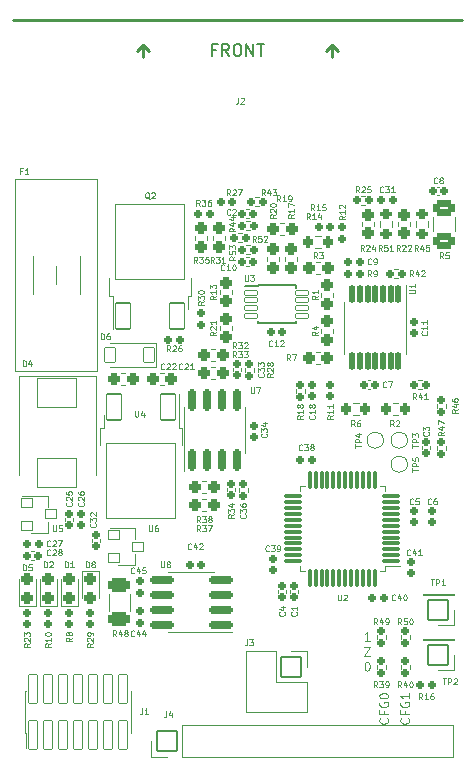
<source format=gto>
G04 #@! TF.GenerationSoftware,KiCad,Pcbnew,6.0.4-6f826c9f35~116~ubuntu18.04.1*
G04 #@! TF.CreationDate,2022-04-10T17:08:25+03:00*
G04 #@! TF.ProjectId,wideband_controller,77696465-6261-46e6-945f-636f6e74726f,rev?*
G04 #@! TF.SameCoordinates,Original*
G04 #@! TF.FileFunction,Legend,Top*
G04 #@! TF.FilePolarity,Positive*
%FSLAX46Y46*%
G04 Gerber Fmt 4.6, Leading zero omitted, Abs format (unit mm)*
G04 Created by KiCad (PCBNEW 6.0.4-6f826c9f35~116~ubuntu18.04.1) date 2022-04-10 17:08:25*
%MOMM*%
%LPD*%
G01*
G04 APERTURE LIST*
G04 Aperture macros list*
%AMRoundRect*
0 Rectangle with rounded corners*
0 $1 Rounding radius*
0 $2 $3 $4 $5 $6 $7 $8 $9 X,Y pos of 4 corners*
0 Add a 4 corners polygon primitive as box body*
4,1,4,$2,$3,$4,$5,$6,$7,$8,$9,$2,$3,0*
0 Add four circle primitives for the rounded corners*
1,1,$1+$1,$2,$3*
1,1,$1+$1,$4,$5*
1,1,$1+$1,$6,$7*
1,1,$1+$1,$8,$9*
0 Add four rect primitives between the rounded corners*
20,1,$1+$1,$2,$3,$4,$5,0*
20,1,$1+$1,$4,$5,$6,$7,0*
20,1,$1+$1,$6,$7,$8,$9,0*
20,1,$1+$1,$8,$9,$2,$3,0*%
G04 Aperture macros list end*
%ADD10C,0.120000*%
%ADD11C,0.100000*%
%ADD12C,0.150000*%
%ADD13C,0.254000*%
%ADD14C,4.098000*%
%ADD15C,2.248000*%
%ADD16RoundRect,0.267750X-0.218750X-0.256250X0.218750X-0.256250X0.218750X0.256250X-0.218750X0.256250X0*%
%ADD17RoundRect,0.267750X0.256250X-0.218750X0.256250X0.218750X-0.256250X0.218750X-0.256250X-0.218750X0*%
%ADD18RoundRect,0.267750X-0.256250X0.218750X-0.256250X-0.218750X0.256250X-0.218750X0.256250X0.218750X0*%
%ADD19RoundRect,0.049000X-0.450000X-0.400000X0.450000X-0.400000X0.450000X0.400000X-0.450000X0.400000X0*%
%ADD20RoundRect,0.196500X-0.147500X-0.172500X0.147500X-0.172500X0.147500X0.172500X-0.147500X0.172500X0*%
%ADD21RoundRect,0.267750X0.218750X0.256250X-0.218750X0.256250X-0.218750X-0.256250X0.218750X-0.256250X0*%
%ADD22RoundRect,0.049000X0.850000X0.850000X-0.850000X0.850000X-0.850000X-0.850000X0.850000X-0.850000X0*%
%ADD23RoundRect,0.049000X-1.650000X-1.250000X1.650000X-1.250000X1.650000X1.250000X-1.650000X1.250000X0*%
%ADD24RoundRect,0.196500X-0.172500X0.147500X-0.172500X-0.147500X0.172500X-0.147500X0.172500X0.147500X0*%
%ADD25RoundRect,0.189000X0.140000X0.170000X-0.140000X0.170000X-0.140000X-0.170000X0.140000X-0.170000X0*%
%ADD26RoundRect,0.196500X0.147500X0.172500X-0.147500X0.172500X-0.147500X-0.172500X0.147500X-0.172500X0*%
%ADD27RoundRect,0.189000X-0.170000X0.140000X-0.170000X-0.140000X0.170000X-0.140000X0.170000X0.140000X0*%
%ADD28RoundRect,0.196500X0.172500X-0.147500X0.172500X0.147500X-0.172500X0.147500X-0.172500X-0.147500X0*%
%ADD29RoundRect,0.249000X0.200000X0.275000X-0.200000X0.275000X-0.200000X-0.275000X0.200000X-0.275000X0*%
%ADD30RoundRect,0.299000X-0.625000X0.375000X-0.625000X-0.375000X0.625000X-0.375000X0.625000X0.375000X0*%
%ADD31RoundRect,0.184000X0.185000X-0.135000X0.185000X0.135000X-0.185000X0.135000X-0.185000X-0.135000X0*%
%ADD32RoundRect,0.184000X-0.185000X0.135000X-0.185000X-0.135000X0.185000X-0.135000X0.185000X0.135000X0*%
%ADD33RoundRect,0.249000X-0.200000X-0.275000X0.200000X-0.275000X0.200000X0.275000X-0.200000X0.275000X0*%
%ADD34RoundRect,0.189000X0.170000X-0.140000X0.170000X0.140000X-0.170000X0.140000X-0.170000X-0.140000X0*%
%ADD35RoundRect,0.189000X-0.140000X-0.170000X0.140000X-0.170000X0.140000X0.170000X-0.140000X0.170000X0*%
%ADD36C,2.878000*%
%ADD37RoundRect,0.049000X0.600000X-1.100000X0.600000X1.100000X-0.600000X1.100000X-0.600000X-1.100000X0*%
%ADD38RoundRect,0.049000X2.900000X-3.200000X2.900000X3.200000X-2.900000X3.200000X-2.900000X-3.200000X0*%
%ADD39RoundRect,0.049000X0.370000X-1.200000X0.370000X1.200000X-0.370000X1.200000X-0.370000X-1.200000X0*%
%ADD40RoundRect,0.124000X0.662500X0.075000X-0.662500X0.075000X-0.662500X-0.075000X0.662500X-0.075000X0*%
%ADD41RoundRect,0.124000X0.075000X0.662500X-0.075000X0.662500X-0.075000X-0.662500X0.075000X-0.662500X0*%
%ADD42RoundRect,0.049000X-0.850000X0.850000X-0.850000X-0.850000X0.850000X-0.850000X0.850000X0.850000X0*%
%ADD43O,1.798000X1.798000*%
%ADD44RoundRect,0.199000X0.825000X0.150000X-0.825000X0.150000X-0.825000X-0.150000X0.825000X-0.150000X0*%
%ADD45RoundRect,0.049000X0.850000X-0.850000X0.850000X0.850000X-0.850000X0.850000X-0.850000X-0.850000X0*%
%ADD46RoundRect,0.049000X-0.600000X1.100000X-0.600000X-1.100000X0.600000X-1.100000X0.600000X1.100000X0*%
%ADD47RoundRect,0.049000X-2.900000X3.200000X-2.900000X-3.200000X2.900000X-3.200000X2.900000X3.200000X0*%
%ADD48RoundRect,0.199000X0.150000X-0.725000X0.150000X0.725000X-0.150000X0.725000X-0.150000X-0.725000X0*%
%ADD49RoundRect,0.184000X-0.135000X-0.185000X0.135000X-0.185000X0.135000X0.185000X-0.135000X0.185000X0*%
%ADD50RoundRect,0.184000X0.135000X0.185000X-0.135000X0.185000X-0.135000X-0.185000X0.135000X-0.185000X0*%
%ADD51RoundRect,0.049000X-0.550000X-0.200000X0.550000X-0.200000X0.550000X0.200000X-0.550000X0.200000X0*%
%ADD52RoundRect,0.149000X-0.100000X0.637500X-0.100000X-0.637500X0.100000X-0.637500X0.100000X0.637500X0*%
%ADD53RoundRect,0.049000X0.450000X0.600000X-0.450000X0.600000X-0.450000X-0.600000X0.450000X-0.600000X0*%
%ADD54C,1.098000*%
%ADD55RoundRect,0.299000X0.625000X-0.312500X0.625000X0.312500X-0.625000X0.312500X-0.625000X-0.312500X0*%
%ADD56RoundRect,0.249000X-0.275000X0.200000X-0.275000X-0.200000X0.275000X-0.200000X0.275000X0.200000X0*%
G04 APERTURE END LIST*
D10*
X137959142Y-104745285D02*
X138030571Y-104745285D01*
X138102000Y-104781000D01*
X138137714Y-104816714D01*
X138173428Y-104888142D01*
X138209142Y-105031000D01*
X138209142Y-105209571D01*
X138173428Y-105352428D01*
X138137714Y-105423857D01*
X138102000Y-105459571D01*
X138030571Y-105495285D01*
X137959142Y-105495285D01*
X137887714Y-105459571D01*
X137852000Y-105423857D01*
X137816285Y-105352428D01*
X137780571Y-105209571D01*
X137780571Y-105031000D01*
X137816285Y-104888142D01*
X137852000Y-104816714D01*
X137887714Y-104781000D01*
X137959142Y-104745285D01*
X138209142Y-102955285D02*
X137780571Y-102955285D01*
X137994857Y-102955285D02*
X137994857Y-102205285D01*
X137923428Y-102312428D01*
X137852000Y-102383857D01*
X137780571Y-102419571D01*
X141491857Y-109516000D02*
X141527571Y-109551714D01*
X141563285Y-109658857D01*
X141563285Y-109730285D01*
X141527571Y-109837428D01*
X141456142Y-109908857D01*
X141384714Y-109944571D01*
X141241857Y-109980285D01*
X141134714Y-109980285D01*
X140991857Y-109944571D01*
X140920428Y-109908857D01*
X140849000Y-109837428D01*
X140813285Y-109730285D01*
X140813285Y-109658857D01*
X140849000Y-109551714D01*
X140884714Y-109516000D01*
X141170428Y-108944571D02*
X141170428Y-109194571D01*
X141563285Y-109194571D02*
X140813285Y-109194571D01*
X140813285Y-108837428D01*
X140849000Y-108158857D02*
X140813285Y-108230285D01*
X140813285Y-108337428D01*
X140849000Y-108444571D01*
X140920428Y-108516000D01*
X140991857Y-108551714D01*
X141134714Y-108587428D01*
X141241857Y-108587428D01*
X141384714Y-108551714D01*
X141456142Y-108516000D01*
X141527571Y-108444571D01*
X141563285Y-108337428D01*
X141563285Y-108266000D01*
X141527571Y-108158857D01*
X141491857Y-108123142D01*
X141241857Y-108123142D01*
X141241857Y-108266000D01*
X141563285Y-107408857D02*
X141563285Y-107837428D01*
X141563285Y-107623142D02*
X140813285Y-107623142D01*
X140920428Y-107694571D01*
X140991857Y-107766000D01*
X141027571Y-107837428D01*
X139713857Y-109516000D02*
X139749571Y-109551714D01*
X139785285Y-109658857D01*
X139785285Y-109730285D01*
X139749571Y-109837428D01*
X139678142Y-109908857D01*
X139606714Y-109944571D01*
X139463857Y-109980285D01*
X139356714Y-109980285D01*
X139213857Y-109944571D01*
X139142428Y-109908857D01*
X139071000Y-109837428D01*
X139035285Y-109730285D01*
X139035285Y-109658857D01*
X139071000Y-109551714D01*
X139106714Y-109516000D01*
X139392428Y-108944571D02*
X139392428Y-109194571D01*
X139785285Y-109194571D02*
X139035285Y-109194571D01*
X139035285Y-108837428D01*
X139071000Y-108158857D02*
X139035285Y-108230285D01*
X139035285Y-108337428D01*
X139071000Y-108444571D01*
X139142428Y-108516000D01*
X139213857Y-108551714D01*
X139356714Y-108587428D01*
X139463857Y-108587428D01*
X139606714Y-108551714D01*
X139678142Y-108516000D01*
X139749571Y-108444571D01*
X139785285Y-108337428D01*
X139785285Y-108266000D01*
X139749571Y-108158857D01*
X139713857Y-108123142D01*
X139463857Y-108123142D01*
X139463857Y-108266000D01*
X139035285Y-107658857D02*
X139035285Y-107587428D01*
X139071000Y-107516000D01*
X139106714Y-107480285D01*
X139178142Y-107444571D01*
X139321000Y-107408857D01*
X139499571Y-107408857D01*
X139642428Y-107444571D01*
X139713857Y-107480285D01*
X139749571Y-107516000D01*
X139785285Y-107587428D01*
X139785285Y-107658857D01*
X139749571Y-107730285D01*
X139713857Y-107766000D01*
X139642428Y-107801714D01*
X139499571Y-107837428D01*
X139321000Y-107837428D01*
X139178142Y-107801714D01*
X139106714Y-107766000D01*
X139071000Y-107730285D01*
X139035285Y-107658857D01*
X137744857Y-103475285D02*
X138244857Y-103475285D01*
X137744857Y-104225285D01*
X138244857Y-104225285D01*
D11*
X127083333Y-56976190D02*
X127083333Y-57333333D01*
X127059523Y-57404761D01*
X127011904Y-57452380D01*
X126940476Y-57476190D01*
X126892857Y-57476190D01*
X127297619Y-57023809D02*
X127321428Y-57000000D01*
X127369047Y-56976190D01*
X127488095Y-56976190D01*
X127535714Y-57000000D01*
X127559523Y-57023809D01*
X127583333Y-57071428D01*
X127583333Y-57119047D01*
X127559523Y-57190476D01*
X127273809Y-57476190D01*
X127583333Y-57476190D01*
D12*
X125214285Y-52928571D02*
X124880952Y-52928571D01*
X124880952Y-53452380D02*
X124880952Y-52452380D01*
X125357142Y-52452380D01*
X126309523Y-53452380D02*
X125976190Y-52976190D01*
X125738095Y-53452380D02*
X125738095Y-52452380D01*
X126119047Y-52452380D01*
X126214285Y-52500000D01*
X126261904Y-52547619D01*
X126309523Y-52642857D01*
X126309523Y-52785714D01*
X126261904Y-52880952D01*
X126214285Y-52928571D01*
X126119047Y-52976190D01*
X125738095Y-52976190D01*
X126928571Y-52452380D02*
X127119047Y-52452380D01*
X127214285Y-52500000D01*
X127309523Y-52595238D01*
X127357142Y-52785714D01*
X127357142Y-53119047D01*
X127309523Y-53309523D01*
X127214285Y-53404761D01*
X127119047Y-53452380D01*
X126928571Y-53452380D01*
X126833333Y-53404761D01*
X126738095Y-53309523D01*
X126690476Y-53119047D01*
X126690476Y-52785714D01*
X126738095Y-52595238D01*
X126833333Y-52500000D01*
X126928571Y-52452380D01*
X127785714Y-53452380D02*
X127785714Y-52452380D01*
X128357142Y-53452380D01*
X128357142Y-52452380D01*
X128690476Y-52452380D02*
X129261904Y-52452380D01*
X128976190Y-53452380D02*
X128976190Y-52452380D01*
D11*
X131488666Y-79220190D02*
X131322000Y-78982095D01*
X131202952Y-79220190D02*
X131202952Y-78720190D01*
X131393428Y-78720190D01*
X131441047Y-78744000D01*
X131464857Y-78767809D01*
X131488666Y-78815428D01*
X131488666Y-78886857D01*
X131464857Y-78934476D01*
X131441047Y-78958285D01*
X131393428Y-78982095D01*
X131202952Y-78982095D01*
X131655333Y-78720190D02*
X131988666Y-78720190D01*
X131774380Y-79220190D01*
X130274190Y-66869428D02*
X130036095Y-67036095D01*
X130274190Y-67155142D02*
X129774190Y-67155142D01*
X129774190Y-66964666D01*
X129798000Y-66917047D01*
X129821809Y-66893238D01*
X129869428Y-66869428D01*
X129940857Y-66869428D01*
X129988476Y-66893238D01*
X130012285Y-66917047D01*
X130036095Y-66964666D01*
X130036095Y-67155142D01*
X129821809Y-66678952D02*
X129798000Y-66655142D01*
X129774190Y-66607523D01*
X129774190Y-66488476D01*
X129798000Y-66440857D01*
X129821809Y-66417047D01*
X129869428Y-66393238D01*
X129917047Y-66393238D01*
X129988476Y-66417047D01*
X130274190Y-66702761D01*
X130274190Y-66393238D01*
X129774190Y-66083714D02*
X129774190Y-66036095D01*
X129798000Y-65988476D01*
X129821809Y-65964666D01*
X129869428Y-65940857D01*
X129964666Y-65917047D01*
X130083714Y-65917047D01*
X130178952Y-65940857D01*
X130226571Y-65964666D01*
X130250380Y-65988476D01*
X130274190Y-66036095D01*
X130274190Y-66083714D01*
X130250380Y-66131333D01*
X130226571Y-66155142D01*
X130178952Y-66178952D01*
X130083714Y-66202761D01*
X129964666Y-66202761D01*
X129869428Y-66178952D01*
X129821809Y-66155142D01*
X129798000Y-66131333D01*
X129774190Y-66083714D01*
X125194190Y-76816428D02*
X124956095Y-76983095D01*
X125194190Y-77102142D02*
X124694190Y-77102142D01*
X124694190Y-76911666D01*
X124718000Y-76864047D01*
X124741809Y-76840238D01*
X124789428Y-76816428D01*
X124860857Y-76816428D01*
X124908476Y-76840238D01*
X124932285Y-76864047D01*
X124956095Y-76911666D01*
X124956095Y-77102142D01*
X124741809Y-76625952D02*
X124718000Y-76602142D01*
X124694190Y-76554523D01*
X124694190Y-76435476D01*
X124718000Y-76387857D01*
X124741809Y-76364047D01*
X124789428Y-76340238D01*
X124837047Y-76340238D01*
X124908476Y-76364047D01*
X125194190Y-76649761D01*
X125194190Y-76340238D01*
X125194190Y-75864047D02*
X125194190Y-76149761D01*
X125194190Y-76006904D02*
X124694190Y-76006904D01*
X124765619Y-76054523D01*
X124813238Y-76102142D01*
X124837047Y-76149761D01*
X111379047Y-93198190D02*
X111379047Y-93602952D01*
X111402857Y-93650571D01*
X111426666Y-93674380D01*
X111474285Y-93698190D01*
X111569523Y-93698190D01*
X111617142Y-93674380D01*
X111640952Y-93650571D01*
X111664761Y-93602952D01*
X111664761Y-93198190D01*
X112140952Y-93198190D02*
X111902857Y-93198190D01*
X111879047Y-93436285D01*
X111902857Y-93412476D01*
X111950476Y-93388666D01*
X112069523Y-93388666D01*
X112117142Y-93412476D01*
X112140952Y-93436285D01*
X112164761Y-93483904D01*
X112164761Y-93602952D01*
X112140952Y-93650571D01*
X112117142Y-93674380D01*
X112069523Y-93698190D01*
X111950476Y-93698190D01*
X111902857Y-93674380D01*
X111879047Y-93650571D01*
X123838571Y-66139190D02*
X123671904Y-65901095D01*
X123552857Y-66139190D02*
X123552857Y-65639190D01*
X123743333Y-65639190D01*
X123790952Y-65663000D01*
X123814761Y-65686809D01*
X123838571Y-65734428D01*
X123838571Y-65805857D01*
X123814761Y-65853476D01*
X123790952Y-65877285D01*
X123743333Y-65901095D01*
X123552857Y-65901095D01*
X124005238Y-65639190D02*
X124314761Y-65639190D01*
X124148095Y-65829666D01*
X124219523Y-65829666D01*
X124267142Y-65853476D01*
X124290952Y-65877285D01*
X124314761Y-65924904D01*
X124314761Y-66043952D01*
X124290952Y-66091571D01*
X124267142Y-66115380D01*
X124219523Y-66139190D01*
X124076666Y-66139190D01*
X124029047Y-66115380D01*
X124005238Y-66091571D01*
X124743333Y-65639190D02*
X124648095Y-65639190D01*
X124600476Y-65663000D01*
X124576666Y-65686809D01*
X124529047Y-65758238D01*
X124505238Y-65853476D01*
X124505238Y-66043952D01*
X124529047Y-66091571D01*
X124552857Y-66115380D01*
X124600476Y-66139190D01*
X124695714Y-66139190D01*
X124743333Y-66115380D01*
X124767142Y-66091571D01*
X124790952Y-66043952D01*
X124790952Y-65924904D01*
X124767142Y-65877285D01*
X124743333Y-65853476D01*
X124695714Y-65829666D01*
X124600476Y-65829666D01*
X124552857Y-65853476D01*
X124529047Y-65877285D01*
X124505238Y-65924904D01*
X123884571Y-93698190D02*
X123717904Y-93460095D01*
X123598857Y-93698190D02*
X123598857Y-93198190D01*
X123789333Y-93198190D01*
X123836952Y-93222000D01*
X123860761Y-93245809D01*
X123884571Y-93293428D01*
X123884571Y-93364857D01*
X123860761Y-93412476D01*
X123836952Y-93436285D01*
X123789333Y-93460095D01*
X123598857Y-93460095D01*
X124051238Y-93198190D02*
X124360761Y-93198190D01*
X124194095Y-93388666D01*
X124265523Y-93388666D01*
X124313142Y-93412476D01*
X124336952Y-93436285D01*
X124360761Y-93483904D01*
X124360761Y-93602952D01*
X124336952Y-93650571D01*
X124313142Y-93674380D01*
X124265523Y-93698190D01*
X124122666Y-93698190D01*
X124075047Y-93674380D01*
X124051238Y-93650571D01*
X124527428Y-93198190D02*
X124860761Y-93198190D01*
X124646476Y-93698190D01*
X123884571Y-92936190D02*
X123717904Y-92698095D01*
X123598857Y-92936190D02*
X123598857Y-92436190D01*
X123789333Y-92436190D01*
X123836952Y-92460000D01*
X123860761Y-92483809D01*
X123884571Y-92531428D01*
X123884571Y-92602857D01*
X123860761Y-92650476D01*
X123836952Y-92674285D01*
X123789333Y-92698095D01*
X123598857Y-92698095D01*
X124051238Y-92436190D02*
X124360761Y-92436190D01*
X124194095Y-92626666D01*
X124265523Y-92626666D01*
X124313142Y-92650476D01*
X124336952Y-92674285D01*
X124360761Y-92721904D01*
X124360761Y-92840952D01*
X124336952Y-92888571D01*
X124313142Y-92912380D01*
X124265523Y-92936190D01*
X124122666Y-92936190D01*
X124075047Y-92912380D01*
X124051238Y-92888571D01*
X124646476Y-92650476D02*
X124598857Y-92626666D01*
X124575047Y-92602857D01*
X124551238Y-92555238D01*
X124551238Y-92531428D01*
X124575047Y-92483809D01*
X124598857Y-92460000D01*
X124646476Y-92436190D01*
X124741714Y-92436190D01*
X124789333Y-92460000D01*
X124813142Y-92483809D01*
X124836952Y-92531428D01*
X124836952Y-92555238D01*
X124813142Y-92602857D01*
X124789333Y-92626666D01*
X124741714Y-92650476D01*
X124646476Y-92650476D01*
X124598857Y-92674285D01*
X124575047Y-92698095D01*
X124551238Y-92745714D01*
X124551238Y-92840952D01*
X124575047Y-92888571D01*
X124598857Y-92912380D01*
X124646476Y-92936190D01*
X124741714Y-92936190D01*
X124789333Y-92912380D01*
X124813142Y-92888571D01*
X124836952Y-92840952D01*
X124836952Y-92745714D01*
X124813142Y-92698095D01*
X124789333Y-92674285D01*
X124741714Y-92650476D01*
X143387047Y-97770190D02*
X143672761Y-97770190D01*
X143529904Y-98270190D02*
X143529904Y-97770190D01*
X143839428Y-98270190D02*
X143839428Y-97770190D01*
X144029904Y-97770190D01*
X144077523Y-97794000D01*
X144101333Y-97817809D01*
X144125142Y-97865428D01*
X144125142Y-97936857D01*
X144101333Y-97984476D01*
X144077523Y-98008285D01*
X144029904Y-98032095D01*
X143839428Y-98032095D01*
X144601333Y-98270190D02*
X144315619Y-98270190D01*
X144458476Y-98270190D02*
X144458476Y-97770190D01*
X144410857Y-97841619D01*
X144363238Y-97889238D01*
X144315619Y-97913047D01*
X108850952Y-79728190D02*
X108850952Y-79228190D01*
X108970000Y-79228190D01*
X109041428Y-79252000D01*
X109089047Y-79299619D01*
X109112857Y-79347238D01*
X109136666Y-79442476D01*
X109136666Y-79513904D01*
X109112857Y-79609142D01*
X109089047Y-79656761D01*
X109041428Y-79704380D01*
X108970000Y-79728190D01*
X108850952Y-79728190D01*
X109565238Y-79394857D02*
X109565238Y-79728190D01*
X109446190Y-79204380D02*
X109327142Y-79561523D01*
X109636666Y-79561523D01*
X143426666Y-91364571D02*
X143402857Y-91388380D01*
X143331428Y-91412190D01*
X143283809Y-91412190D01*
X143212380Y-91388380D01*
X143164761Y-91340761D01*
X143140952Y-91293142D01*
X143117142Y-91197904D01*
X143117142Y-91126476D01*
X143140952Y-91031238D01*
X143164761Y-90983619D01*
X143212380Y-90936000D01*
X143283809Y-90912190D01*
X143331428Y-90912190D01*
X143402857Y-90936000D01*
X143426666Y-90959809D01*
X143855238Y-90912190D02*
X143760000Y-90912190D01*
X143712380Y-90936000D01*
X143688571Y-90959809D01*
X143640952Y-91031238D01*
X143617142Y-91126476D01*
X143617142Y-91316952D01*
X143640952Y-91364571D01*
X143664761Y-91388380D01*
X143712380Y-91412190D01*
X143807619Y-91412190D01*
X143855238Y-91388380D01*
X143879047Y-91364571D01*
X143902857Y-91316952D01*
X143902857Y-91197904D01*
X143879047Y-91150285D01*
X143855238Y-91126476D01*
X143807619Y-91102666D01*
X143712380Y-91102666D01*
X143664761Y-91126476D01*
X143640952Y-91150285D01*
X143617142Y-91197904D01*
X143934666Y-64186571D02*
X143910857Y-64210380D01*
X143839428Y-64234190D01*
X143791809Y-64234190D01*
X143720380Y-64210380D01*
X143672761Y-64162761D01*
X143648952Y-64115142D01*
X143625142Y-64019904D01*
X143625142Y-63948476D01*
X143648952Y-63853238D01*
X143672761Y-63805619D01*
X143720380Y-63758000D01*
X143791809Y-63734190D01*
X143839428Y-63734190D01*
X143910857Y-63758000D01*
X143934666Y-63781809D01*
X144220380Y-63948476D02*
X144172761Y-63924666D01*
X144148952Y-63900857D01*
X144125142Y-63853238D01*
X144125142Y-63829428D01*
X144148952Y-63781809D01*
X144172761Y-63758000D01*
X144220380Y-63734190D01*
X144315619Y-63734190D01*
X144363238Y-63758000D01*
X144387047Y-63781809D01*
X144410857Y-63829428D01*
X144410857Y-63853238D01*
X144387047Y-63900857D01*
X144363238Y-63924666D01*
X144315619Y-63948476D01*
X144220380Y-63948476D01*
X144172761Y-63972285D01*
X144148952Y-63996095D01*
X144125142Y-64043714D01*
X144125142Y-64138952D01*
X144148952Y-64186571D01*
X144172761Y-64210380D01*
X144220380Y-64234190D01*
X144315619Y-64234190D01*
X144363238Y-64210380D01*
X144387047Y-64186571D01*
X144410857Y-64138952D01*
X144410857Y-64043714D01*
X144387047Y-63996095D01*
X144363238Y-63972285D01*
X144315619Y-63948476D01*
X129980571Y-77988571D02*
X129956761Y-78012380D01*
X129885333Y-78036190D01*
X129837714Y-78036190D01*
X129766285Y-78012380D01*
X129718666Y-77964761D01*
X129694857Y-77917142D01*
X129671047Y-77821904D01*
X129671047Y-77750476D01*
X129694857Y-77655238D01*
X129718666Y-77607619D01*
X129766285Y-77560000D01*
X129837714Y-77536190D01*
X129885333Y-77536190D01*
X129956761Y-77560000D01*
X129980571Y-77583809D01*
X130456761Y-78036190D02*
X130171047Y-78036190D01*
X130313904Y-78036190D02*
X130313904Y-77536190D01*
X130266285Y-77607619D01*
X130218666Y-77655238D01*
X130171047Y-77679047D01*
X130647238Y-77583809D02*
X130671047Y-77560000D01*
X130718666Y-77536190D01*
X130837714Y-77536190D01*
X130885333Y-77560000D01*
X130909142Y-77583809D01*
X130932952Y-77631428D01*
X130932952Y-77679047D01*
X130909142Y-77750476D01*
X130623428Y-78036190D01*
X130932952Y-78036190D01*
X141902666Y-91364571D02*
X141878857Y-91388380D01*
X141807428Y-91412190D01*
X141759809Y-91412190D01*
X141688380Y-91388380D01*
X141640761Y-91340761D01*
X141616952Y-91293142D01*
X141593142Y-91197904D01*
X141593142Y-91126476D01*
X141616952Y-91031238D01*
X141640761Y-90983619D01*
X141688380Y-90936000D01*
X141759809Y-90912190D01*
X141807428Y-90912190D01*
X141878857Y-90936000D01*
X141902666Y-90959809D01*
X142355047Y-90912190D02*
X142116952Y-90912190D01*
X142093142Y-91150285D01*
X142116952Y-91126476D01*
X142164571Y-91102666D01*
X142283619Y-91102666D01*
X142331238Y-91126476D01*
X142355047Y-91150285D01*
X142378857Y-91197904D01*
X142378857Y-91316952D01*
X142355047Y-91364571D01*
X142331238Y-91388380D01*
X142283619Y-91412190D01*
X142164571Y-91412190D01*
X142116952Y-91388380D01*
X142093142Y-91364571D01*
X132004571Y-100540333D02*
X132028380Y-100564142D01*
X132052190Y-100635571D01*
X132052190Y-100683190D01*
X132028380Y-100754619D01*
X131980761Y-100802238D01*
X131933142Y-100826047D01*
X131837904Y-100849857D01*
X131766476Y-100849857D01*
X131671238Y-100826047D01*
X131623619Y-100802238D01*
X131576000Y-100754619D01*
X131552190Y-100683190D01*
X131552190Y-100635571D01*
X131576000Y-100564142D01*
X131599809Y-100540333D01*
X132052190Y-100064142D02*
X132052190Y-100349857D01*
X132052190Y-100207000D02*
X131552190Y-100207000D01*
X131623619Y-100254619D01*
X131671238Y-100302238D01*
X131695047Y-100349857D01*
X143053571Y-76775428D02*
X143077380Y-76799238D01*
X143101190Y-76870666D01*
X143101190Y-76918285D01*
X143077380Y-76989714D01*
X143029761Y-77037333D01*
X142982142Y-77061142D01*
X142886904Y-77084952D01*
X142815476Y-77084952D01*
X142720238Y-77061142D01*
X142672619Y-77037333D01*
X142625000Y-76989714D01*
X142601190Y-76918285D01*
X142601190Y-76870666D01*
X142625000Y-76799238D01*
X142648809Y-76775428D01*
X143101190Y-76299238D02*
X143101190Y-76584952D01*
X143101190Y-76442095D02*
X142601190Y-76442095D01*
X142672619Y-76489714D01*
X142720238Y-76537333D01*
X142744047Y-76584952D01*
X143101190Y-75823047D02*
X143101190Y-76108761D01*
X143101190Y-75965904D02*
X142601190Y-75965904D01*
X142672619Y-76013523D01*
X142720238Y-76061142D01*
X142744047Y-76108761D01*
X126932571Y-78966190D02*
X126765904Y-78728095D01*
X126646857Y-78966190D02*
X126646857Y-78466190D01*
X126837333Y-78466190D01*
X126884952Y-78490000D01*
X126908761Y-78513809D01*
X126932571Y-78561428D01*
X126932571Y-78632857D01*
X126908761Y-78680476D01*
X126884952Y-78704285D01*
X126837333Y-78728095D01*
X126646857Y-78728095D01*
X127099238Y-78466190D02*
X127408761Y-78466190D01*
X127242095Y-78656666D01*
X127313523Y-78656666D01*
X127361142Y-78680476D01*
X127384952Y-78704285D01*
X127408761Y-78751904D01*
X127408761Y-78870952D01*
X127384952Y-78918571D01*
X127361142Y-78942380D01*
X127313523Y-78966190D01*
X127170666Y-78966190D01*
X127123047Y-78942380D01*
X127099238Y-78918571D01*
X127575428Y-78466190D02*
X127884952Y-78466190D01*
X127718285Y-78656666D01*
X127789714Y-78656666D01*
X127837333Y-78680476D01*
X127861142Y-78704285D01*
X127884952Y-78751904D01*
X127884952Y-78870952D01*
X127861142Y-78918571D01*
X127837333Y-78942380D01*
X127789714Y-78966190D01*
X127646857Y-78966190D01*
X127599238Y-78942380D01*
X127575428Y-78918571D01*
X138346666Y-71044571D02*
X138322857Y-71068380D01*
X138251428Y-71092190D01*
X138203809Y-71092190D01*
X138132380Y-71068380D01*
X138084761Y-71020761D01*
X138060952Y-70973142D01*
X138037142Y-70877904D01*
X138037142Y-70806476D01*
X138060952Y-70711238D01*
X138084761Y-70663619D01*
X138132380Y-70616000D01*
X138203809Y-70592190D01*
X138251428Y-70592190D01*
X138322857Y-70616000D01*
X138346666Y-70639809D01*
X138584761Y-71092190D02*
X138680000Y-71092190D01*
X138727619Y-71068380D01*
X138751428Y-71044571D01*
X138799047Y-70973142D01*
X138822857Y-70877904D01*
X138822857Y-70687428D01*
X138799047Y-70639809D01*
X138775238Y-70616000D01*
X138727619Y-70592190D01*
X138632380Y-70592190D01*
X138584761Y-70616000D01*
X138560952Y-70639809D01*
X138537142Y-70687428D01*
X138537142Y-70806476D01*
X138560952Y-70854095D01*
X138584761Y-70877904D01*
X138632380Y-70901714D01*
X138727619Y-70901714D01*
X138775238Y-70877904D01*
X138799047Y-70854095D01*
X138822857Y-70806476D01*
X139616666Y-81458571D02*
X139592857Y-81482380D01*
X139521428Y-81506190D01*
X139473809Y-81506190D01*
X139402380Y-81482380D01*
X139354761Y-81434761D01*
X139330952Y-81387142D01*
X139307142Y-81291904D01*
X139307142Y-81220476D01*
X139330952Y-81125238D01*
X139354761Y-81077619D01*
X139402380Y-81030000D01*
X139473809Y-81006190D01*
X139521428Y-81006190D01*
X139592857Y-81030000D01*
X139616666Y-81053809D01*
X139783333Y-81006190D02*
X140116666Y-81006190D01*
X139902380Y-81506190D01*
X133536571Y-66520190D02*
X133369904Y-66282095D01*
X133250857Y-66520190D02*
X133250857Y-66020190D01*
X133441333Y-66020190D01*
X133488952Y-66044000D01*
X133512761Y-66067809D01*
X133536571Y-66115428D01*
X133536571Y-66186857D01*
X133512761Y-66234476D01*
X133488952Y-66258285D01*
X133441333Y-66282095D01*
X133250857Y-66282095D01*
X134012761Y-66520190D02*
X133727047Y-66520190D01*
X133869904Y-66520190D02*
X133869904Y-66020190D01*
X133822285Y-66091619D01*
X133774666Y-66139238D01*
X133727047Y-66163047D01*
X134465142Y-66020190D02*
X134227047Y-66020190D01*
X134203238Y-66258285D01*
X134227047Y-66234476D01*
X134274666Y-66210666D01*
X134393714Y-66210666D01*
X134441333Y-66234476D01*
X134465142Y-66258285D01*
X134488952Y-66305904D01*
X134488952Y-66424952D01*
X134465142Y-66472571D01*
X134441333Y-66496380D01*
X134393714Y-66520190D01*
X134274666Y-66520190D01*
X134227047Y-66496380D01*
X134203238Y-66472571D01*
X138346666Y-72108190D02*
X138180000Y-71870095D01*
X138060952Y-72108190D02*
X138060952Y-71608190D01*
X138251428Y-71608190D01*
X138299047Y-71632000D01*
X138322857Y-71655809D01*
X138346666Y-71703428D01*
X138346666Y-71774857D01*
X138322857Y-71822476D01*
X138299047Y-71846285D01*
X138251428Y-71870095D01*
X138060952Y-71870095D01*
X138584761Y-72108190D02*
X138680000Y-72108190D01*
X138727619Y-72084380D01*
X138751428Y-72060571D01*
X138799047Y-71989142D01*
X138822857Y-71893904D01*
X138822857Y-71703428D01*
X138799047Y-71655809D01*
X138775238Y-71632000D01*
X138727619Y-71608190D01*
X138632380Y-71608190D01*
X138584761Y-71632000D01*
X138560952Y-71655809D01*
X138537142Y-71703428D01*
X138537142Y-71822476D01*
X138560952Y-71870095D01*
X138584761Y-71893904D01*
X138632380Y-71917714D01*
X138727619Y-71917714D01*
X138775238Y-71893904D01*
X138799047Y-71870095D01*
X138822857Y-71822476D01*
X133528571Y-83887428D02*
X133552380Y-83911238D01*
X133576190Y-83982666D01*
X133576190Y-84030285D01*
X133552380Y-84101714D01*
X133504761Y-84149333D01*
X133457142Y-84173142D01*
X133361904Y-84196952D01*
X133290476Y-84196952D01*
X133195238Y-84173142D01*
X133147619Y-84149333D01*
X133100000Y-84101714D01*
X133076190Y-84030285D01*
X133076190Y-83982666D01*
X133100000Y-83911238D01*
X133123809Y-83887428D01*
X133576190Y-83411238D02*
X133576190Y-83696952D01*
X133576190Y-83554095D02*
X133076190Y-83554095D01*
X133147619Y-83601714D01*
X133195238Y-83649333D01*
X133219047Y-83696952D01*
X133290476Y-83125523D02*
X133266666Y-83173142D01*
X133242857Y-83196952D01*
X133195238Y-83220761D01*
X133171428Y-83220761D01*
X133123809Y-83196952D01*
X133100000Y-83173142D01*
X133076190Y-83125523D01*
X133076190Y-83030285D01*
X133100000Y-82982666D01*
X133123809Y-82958857D01*
X133171428Y-82935047D01*
X133195238Y-82935047D01*
X133242857Y-82958857D01*
X133266666Y-82982666D01*
X133290476Y-83030285D01*
X133290476Y-83125523D01*
X133314285Y-83173142D01*
X133338095Y-83196952D01*
X133385714Y-83220761D01*
X133480952Y-83220761D01*
X133528571Y-83196952D01*
X133552380Y-83173142D01*
X133576190Y-83125523D01*
X133576190Y-83030285D01*
X133552380Y-82982666D01*
X133528571Y-82958857D01*
X133480952Y-82935047D01*
X133385714Y-82935047D01*
X133338095Y-82958857D01*
X133314285Y-82982666D01*
X133290476Y-83030285D01*
X108850952Y-97000190D02*
X108850952Y-96500190D01*
X108970000Y-96500190D01*
X109041428Y-96524000D01*
X109089047Y-96571619D01*
X109112857Y-96619238D01*
X109136666Y-96714476D01*
X109136666Y-96785904D01*
X109112857Y-96881142D01*
X109089047Y-96928761D01*
X109041428Y-96976380D01*
X108970000Y-97000190D01*
X108850952Y-97000190D01*
X109589047Y-96500190D02*
X109350952Y-96500190D01*
X109327142Y-96738285D01*
X109350952Y-96714476D01*
X109398571Y-96690666D01*
X109517619Y-96690666D01*
X109565238Y-96714476D01*
X109589047Y-96738285D01*
X109612857Y-96785904D01*
X109612857Y-96904952D01*
X109589047Y-96952571D01*
X109565238Y-96976380D01*
X109517619Y-97000190D01*
X109398571Y-97000190D01*
X109350952Y-96976380D01*
X109327142Y-96952571D01*
X136949666Y-84808190D02*
X136783000Y-84570095D01*
X136663952Y-84808190D02*
X136663952Y-84308190D01*
X136854428Y-84308190D01*
X136902047Y-84332000D01*
X136925857Y-84355809D01*
X136949666Y-84403428D01*
X136949666Y-84474857D01*
X136925857Y-84522476D01*
X136902047Y-84546285D01*
X136854428Y-84570095D01*
X136663952Y-84570095D01*
X137378238Y-84308190D02*
X137283000Y-84308190D01*
X137235380Y-84332000D01*
X137211571Y-84355809D01*
X137163952Y-84427238D01*
X137140142Y-84522476D01*
X137140142Y-84712952D01*
X137163952Y-84760571D01*
X137187761Y-84784380D01*
X137235380Y-84808190D01*
X137330619Y-84808190D01*
X137378238Y-84784380D01*
X137402047Y-84760571D01*
X137425857Y-84712952D01*
X137425857Y-84593904D01*
X137402047Y-84546285D01*
X137378238Y-84522476D01*
X137330619Y-84498666D01*
X137235380Y-84498666D01*
X137187761Y-84522476D01*
X137163952Y-84546285D01*
X137140142Y-84593904D01*
X144442666Y-70584190D02*
X144276000Y-70346095D01*
X144156952Y-70584190D02*
X144156952Y-70084190D01*
X144347428Y-70084190D01*
X144395047Y-70108000D01*
X144418857Y-70131809D01*
X144442666Y-70179428D01*
X144442666Y-70250857D01*
X144418857Y-70298476D01*
X144395047Y-70322285D01*
X144347428Y-70346095D01*
X144156952Y-70346095D01*
X144895047Y-70084190D02*
X144656952Y-70084190D01*
X144633142Y-70322285D01*
X144656952Y-70298476D01*
X144704571Y-70274666D01*
X144823619Y-70274666D01*
X144871238Y-70298476D01*
X144895047Y-70322285D01*
X144918857Y-70369904D01*
X144918857Y-70488952D01*
X144895047Y-70536571D01*
X144871238Y-70560380D01*
X144823619Y-70584190D01*
X144704571Y-70584190D01*
X144656952Y-70560380D01*
X144633142Y-70536571D01*
X124178190Y-74235428D02*
X123940095Y-74402095D01*
X124178190Y-74521142D02*
X123678190Y-74521142D01*
X123678190Y-74330666D01*
X123702000Y-74283047D01*
X123725809Y-74259238D01*
X123773428Y-74235428D01*
X123844857Y-74235428D01*
X123892476Y-74259238D01*
X123916285Y-74283047D01*
X123940095Y-74330666D01*
X123940095Y-74521142D01*
X123678190Y-74068761D02*
X123678190Y-73759238D01*
X123868666Y-73925904D01*
X123868666Y-73854476D01*
X123892476Y-73806857D01*
X123916285Y-73783047D01*
X123963904Y-73759238D01*
X124082952Y-73759238D01*
X124130571Y-73783047D01*
X124154380Y-73806857D01*
X124178190Y-73854476D01*
X124178190Y-73997333D01*
X124154380Y-74044952D01*
X124130571Y-74068761D01*
X123678190Y-73449714D02*
X123678190Y-73402095D01*
X123702000Y-73354476D01*
X123725809Y-73330666D01*
X123773428Y-73306857D01*
X123868666Y-73283047D01*
X123987714Y-73283047D01*
X124082952Y-73306857D01*
X124130571Y-73330666D01*
X124154380Y-73354476D01*
X124178190Y-73402095D01*
X124178190Y-73449714D01*
X124154380Y-73497333D01*
X124130571Y-73521142D01*
X124082952Y-73544952D01*
X123987714Y-73568761D01*
X123868666Y-73568761D01*
X123773428Y-73544952D01*
X123725809Y-73521142D01*
X123702000Y-73497333D01*
X123678190Y-73449714D01*
X123630571Y-70965190D02*
X123463904Y-70727095D01*
X123344857Y-70965190D02*
X123344857Y-70465190D01*
X123535333Y-70465190D01*
X123582952Y-70489000D01*
X123606761Y-70512809D01*
X123630571Y-70560428D01*
X123630571Y-70631857D01*
X123606761Y-70679476D01*
X123582952Y-70703285D01*
X123535333Y-70727095D01*
X123344857Y-70727095D01*
X123797238Y-70465190D02*
X124106761Y-70465190D01*
X123940095Y-70655666D01*
X124011523Y-70655666D01*
X124059142Y-70679476D01*
X124082952Y-70703285D01*
X124106761Y-70750904D01*
X124106761Y-70869952D01*
X124082952Y-70917571D01*
X124059142Y-70941380D01*
X124011523Y-70965190D01*
X123868666Y-70965190D01*
X123821047Y-70941380D01*
X123797238Y-70917571D01*
X124559142Y-70465190D02*
X124321047Y-70465190D01*
X124297238Y-70703285D01*
X124321047Y-70679476D01*
X124368666Y-70655666D01*
X124487714Y-70655666D01*
X124535333Y-70679476D01*
X124559142Y-70703285D01*
X124582952Y-70750904D01*
X124582952Y-70869952D01*
X124559142Y-70917571D01*
X124535333Y-70941380D01*
X124487714Y-70965190D01*
X124368666Y-70965190D01*
X124321047Y-70941380D01*
X124297238Y-70917571D01*
X121344571Y-78458190D02*
X121177904Y-78220095D01*
X121058857Y-78458190D02*
X121058857Y-77958190D01*
X121249333Y-77958190D01*
X121296952Y-77982000D01*
X121320761Y-78005809D01*
X121344571Y-78053428D01*
X121344571Y-78124857D01*
X121320761Y-78172476D01*
X121296952Y-78196285D01*
X121249333Y-78220095D01*
X121058857Y-78220095D01*
X121535047Y-78005809D02*
X121558857Y-77982000D01*
X121606476Y-77958190D01*
X121725523Y-77958190D01*
X121773142Y-77982000D01*
X121796952Y-78005809D01*
X121820761Y-78053428D01*
X121820761Y-78101047D01*
X121796952Y-78172476D01*
X121511238Y-78458190D01*
X121820761Y-78458190D01*
X122249333Y-77958190D02*
X122154095Y-77958190D01*
X122106476Y-77982000D01*
X122082666Y-78005809D01*
X122035047Y-78077238D01*
X122011238Y-78172476D01*
X122011238Y-78362952D01*
X122035047Y-78410571D01*
X122058857Y-78434380D01*
X122106476Y-78458190D01*
X122201714Y-78458190D01*
X122249333Y-78434380D01*
X122273142Y-78410571D01*
X122296952Y-78362952D01*
X122296952Y-78243904D01*
X122273142Y-78196285D01*
X122249333Y-78172476D01*
X122201714Y-78148666D01*
X122106476Y-78148666D01*
X122058857Y-78172476D01*
X122035047Y-78196285D01*
X122011238Y-78243904D01*
X114780190Y-103191428D02*
X114542095Y-103358095D01*
X114780190Y-103477142D02*
X114280190Y-103477142D01*
X114280190Y-103286666D01*
X114304000Y-103239047D01*
X114327809Y-103215238D01*
X114375428Y-103191428D01*
X114446857Y-103191428D01*
X114494476Y-103215238D01*
X114518285Y-103239047D01*
X114542095Y-103286666D01*
X114542095Y-103477142D01*
X114327809Y-103000952D02*
X114304000Y-102977142D01*
X114280190Y-102929523D01*
X114280190Y-102810476D01*
X114304000Y-102762857D01*
X114327809Y-102739047D01*
X114375428Y-102715238D01*
X114423047Y-102715238D01*
X114494476Y-102739047D01*
X114780190Y-103024761D01*
X114780190Y-102715238D01*
X114780190Y-102477142D02*
X114780190Y-102381904D01*
X114756380Y-102334285D01*
X114732571Y-102310476D01*
X114661142Y-102262857D01*
X114565904Y-102239047D01*
X114375428Y-102239047D01*
X114327809Y-102262857D01*
X114304000Y-102286666D01*
X114280190Y-102334285D01*
X114280190Y-102429523D01*
X114304000Y-102477142D01*
X114327809Y-102500952D01*
X114375428Y-102524761D01*
X114494476Y-102524761D01*
X114542095Y-102500952D01*
X114565904Y-102477142D01*
X114589714Y-102429523D01*
X114589714Y-102334285D01*
X114565904Y-102286666D01*
X114542095Y-102262857D01*
X114494476Y-102239047D01*
X125027571Y-70965190D02*
X124860904Y-70727095D01*
X124741857Y-70965190D02*
X124741857Y-70465190D01*
X124932333Y-70465190D01*
X124979952Y-70489000D01*
X125003761Y-70512809D01*
X125027571Y-70560428D01*
X125027571Y-70631857D01*
X125003761Y-70679476D01*
X124979952Y-70703285D01*
X124932333Y-70727095D01*
X124741857Y-70727095D01*
X125194238Y-70465190D02*
X125503761Y-70465190D01*
X125337095Y-70655666D01*
X125408523Y-70655666D01*
X125456142Y-70679476D01*
X125479952Y-70703285D01*
X125503761Y-70750904D01*
X125503761Y-70869952D01*
X125479952Y-70917571D01*
X125456142Y-70941380D01*
X125408523Y-70965190D01*
X125265666Y-70965190D01*
X125218047Y-70941380D01*
X125194238Y-70917571D01*
X125979952Y-70965190D02*
X125694238Y-70965190D01*
X125837095Y-70965190D02*
X125837095Y-70465190D01*
X125789476Y-70536619D01*
X125741857Y-70584238D01*
X125694238Y-70608047D01*
X142680571Y-107922190D02*
X142513904Y-107684095D01*
X142394857Y-107922190D02*
X142394857Y-107422190D01*
X142585333Y-107422190D01*
X142632952Y-107446000D01*
X142656761Y-107469809D01*
X142680571Y-107517428D01*
X142680571Y-107588857D01*
X142656761Y-107636476D01*
X142632952Y-107660285D01*
X142585333Y-107684095D01*
X142394857Y-107684095D01*
X143156761Y-107922190D02*
X142871047Y-107922190D01*
X143013904Y-107922190D02*
X143013904Y-107422190D01*
X142966285Y-107493619D01*
X142918666Y-107541238D01*
X142871047Y-107565047D01*
X143585333Y-107422190D02*
X143490095Y-107422190D01*
X143442476Y-107446000D01*
X143418666Y-107469809D01*
X143371047Y-107541238D01*
X143347238Y-107636476D01*
X143347238Y-107826952D01*
X143371047Y-107874571D01*
X143394857Y-107898380D01*
X143442476Y-107922190D01*
X143537714Y-107922190D01*
X143585333Y-107898380D01*
X143609142Y-107874571D01*
X143632952Y-107826952D01*
X143632952Y-107707904D01*
X143609142Y-107660285D01*
X143585333Y-107636476D01*
X143537714Y-107612666D01*
X143442476Y-107612666D01*
X143394857Y-107636476D01*
X143371047Y-107660285D01*
X143347238Y-107707904D01*
X132560190Y-83887428D02*
X132322095Y-84054095D01*
X132560190Y-84173142D02*
X132060190Y-84173142D01*
X132060190Y-83982666D01*
X132084000Y-83935047D01*
X132107809Y-83911238D01*
X132155428Y-83887428D01*
X132226857Y-83887428D01*
X132274476Y-83911238D01*
X132298285Y-83935047D01*
X132322095Y-83982666D01*
X132322095Y-84173142D01*
X132560190Y-83411238D02*
X132560190Y-83696952D01*
X132560190Y-83554095D02*
X132060190Y-83554095D01*
X132131619Y-83601714D01*
X132179238Y-83649333D01*
X132203047Y-83696952D01*
X132274476Y-83125523D02*
X132250666Y-83173142D01*
X132226857Y-83196952D01*
X132179238Y-83220761D01*
X132155428Y-83220761D01*
X132107809Y-83196952D01*
X132084000Y-83173142D01*
X132060190Y-83125523D01*
X132060190Y-83030285D01*
X132084000Y-82982666D01*
X132107809Y-82958857D01*
X132155428Y-82935047D01*
X132179238Y-82935047D01*
X132226857Y-82958857D01*
X132250666Y-82982666D01*
X132274476Y-83030285D01*
X132274476Y-83125523D01*
X132298285Y-83173142D01*
X132322095Y-83196952D01*
X132369714Y-83220761D01*
X132464952Y-83220761D01*
X132512571Y-83196952D01*
X132536380Y-83173142D01*
X132560190Y-83125523D01*
X132560190Y-83030285D01*
X132536380Y-82982666D01*
X132512571Y-82958857D01*
X132464952Y-82935047D01*
X132369714Y-82935047D01*
X132322095Y-82958857D01*
X132298285Y-82982666D01*
X132274476Y-83030285D01*
X140775571Y-69949190D02*
X140608904Y-69711095D01*
X140489857Y-69949190D02*
X140489857Y-69449190D01*
X140680333Y-69449190D01*
X140727952Y-69473000D01*
X140751761Y-69496809D01*
X140775571Y-69544428D01*
X140775571Y-69615857D01*
X140751761Y-69663476D01*
X140727952Y-69687285D01*
X140680333Y-69711095D01*
X140489857Y-69711095D01*
X140966047Y-69496809D02*
X140989857Y-69473000D01*
X141037476Y-69449190D01*
X141156523Y-69449190D01*
X141204142Y-69473000D01*
X141227952Y-69496809D01*
X141251761Y-69544428D01*
X141251761Y-69592047D01*
X141227952Y-69663476D01*
X140942238Y-69949190D01*
X141251761Y-69949190D01*
X141442238Y-69496809D02*
X141466047Y-69473000D01*
X141513666Y-69449190D01*
X141632714Y-69449190D01*
X141680333Y-69473000D01*
X141704142Y-69496809D01*
X141727952Y-69544428D01*
X141727952Y-69592047D01*
X141704142Y-69663476D01*
X141418428Y-69949190D01*
X141727952Y-69949190D01*
X126424571Y-65250190D02*
X126257904Y-65012095D01*
X126138857Y-65250190D02*
X126138857Y-64750190D01*
X126329333Y-64750190D01*
X126376952Y-64774000D01*
X126400761Y-64797809D01*
X126424571Y-64845428D01*
X126424571Y-64916857D01*
X126400761Y-64964476D01*
X126376952Y-64988285D01*
X126329333Y-65012095D01*
X126138857Y-65012095D01*
X126615047Y-64797809D02*
X126638857Y-64774000D01*
X126686476Y-64750190D01*
X126805523Y-64750190D01*
X126853142Y-64774000D01*
X126876952Y-64797809D01*
X126900761Y-64845428D01*
X126900761Y-64893047D01*
X126876952Y-64964476D01*
X126591238Y-65250190D01*
X126900761Y-65250190D01*
X127067428Y-64750190D02*
X127400761Y-64750190D01*
X127186476Y-65250190D01*
X126932571Y-78204190D02*
X126765904Y-77966095D01*
X126646857Y-78204190D02*
X126646857Y-77704190D01*
X126837333Y-77704190D01*
X126884952Y-77728000D01*
X126908761Y-77751809D01*
X126932571Y-77799428D01*
X126932571Y-77870857D01*
X126908761Y-77918476D01*
X126884952Y-77942285D01*
X126837333Y-77966095D01*
X126646857Y-77966095D01*
X127099238Y-77704190D02*
X127408761Y-77704190D01*
X127242095Y-77894666D01*
X127313523Y-77894666D01*
X127361142Y-77918476D01*
X127384952Y-77942285D01*
X127408761Y-77989904D01*
X127408761Y-78108952D01*
X127384952Y-78156571D01*
X127361142Y-78180380D01*
X127313523Y-78204190D01*
X127170666Y-78204190D01*
X127123047Y-78180380D01*
X127099238Y-78156571D01*
X127599238Y-77751809D02*
X127623047Y-77728000D01*
X127670666Y-77704190D01*
X127789714Y-77704190D01*
X127837333Y-77728000D01*
X127861142Y-77751809D01*
X127884952Y-77799428D01*
X127884952Y-77847047D01*
X127861142Y-77918476D01*
X127575428Y-78204190D01*
X127884952Y-78204190D01*
X130651350Y-65758190D02*
X130484683Y-65520095D01*
X130365636Y-65758190D02*
X130365636Y-65258190D01*
X130556112Y-65258190D01*
X130603731Y-65282000D01*
X130627540Y-65305809D01*
X130651350Y-65353428D01*
X130651350Y-65424857D01*
X130627540Y-65472476D01*
X130603731Y-65496285D01*
X130556112Y-65520095D01*
X130365636Y-65520095D01*
X131127540Y-65758190D02*
X130841826Y-65758190D01*
X130984683Y-65758190D02*
X130984683Y-65258190D01*
X130937064Y-65329619D01*
X130889445Y-65377238D01*
X130841826Y-65401047D01*
X131365636Y-65758190D02*
X131460874Y-65758190D01*
X131508493Y-65734380D01*
X131532302Y-65710571D01*
X131579921Y-65639142D01*
X131603731Y-65543904D01*
X131603731Y-65353428D01*
X131579921Y-65305809D01*
X131556112Y-65282000D01*
X131508493Y-65258190D01*
X131413255Y-65258190D01*
X131365636Y-65282000D01*
X131341826Y-65305809D01*
X131318017Y-65353428D01*
X131318017Y-65472476D01*
X131341826Y-65520095D01*
X131365636Y-65543904D01*
X131413255Y-65567714D01*
X131508493Y-65567714D01*
X131556112Y-65543904D01*
X131579921Y-65520095D01*
X131603731Y-65472476D01*
X130020190Y-80331428D02*
X129782095Y-80498095D01*
X130020190Y-80617142D02*
X129520190Y-80617142D01*
X129520190Y-80426666D01*
X129544000Y-80379047D01*
X129567809Y-80355238D01*
X129615428Y-80331428D01*
X129686857Y-80331428D01*
X129734476Y-80355238D01*
X129758285Y-80379047D01*
X129782095Y-80426666D01*
X129782095Y-80617142D01*
X129567809Y-80140952D02*
X129544000Y-80117142D01*
X129520190Y-80069523D01*
X129520190Y-79950476D01*
X129544000Y-79902857D01*
X129567809Y-79879047D01*
X129615428Y-79855238D01*
X129663047Y-79855238D01*
X129734476Y-79879047D01*
X130020190Y-80164761D01*
X130020190Y-79855238D01*
X129734476Y-79569523D02*
X129710666Y-79617142D01*
X129686857Y-79640952D01*
X129639238Y-79664761D01*
X129615428Y-79664761D01*
X129567809Y-79640952D01*
X129544000Y-79617142D01*
X129520190Y-79569523D01*
X129520190Y-79474285D01*
X129544000Y-79426666D01*
X129567809Y-79402857D01*
X129615428Y-79379047D01*
X129639238Y-79379047D01*
X129686857Y-79402857D01*
X129710666Y-79426666D01*
X129734476Y-79474285D01*
X129734476Y-79569523D01*
X129758285Y-79617142D01*
X129782095Y-79640952D01*
X129829714Y-79664761D01*
X129924952Y-79664761D01*
X129972571Y-79640952D01*
X129996380Y-79617142D01*
X130020190Y-79569523D01*
X130020190Y-79474285D01*
X129996380Y-79426666D01*
X129972571Y-79402857D01*
X129924952Y-79379047D01*
X129829714Y-79379047D01*
X129782095Y-79402857D01*
X129758285Y-79426666D01*
X129734476Y-79474285D01*
X133155571Y-67282190D02*
X132988904Y-67044095D01*
X132869857Y-67282190D02*
X132869857Y-66782190D01*
X133060333Y-66782190D01*
X133107952Y-66806000D01*
X133131761Y-66829809D01*
X133155571Y-66877428D01*
X133155571Y-66948857D01*
X133131761Y-66996476D01*
X133107952Y-67020285D01*
X133060333Y-67044095D01*
X132869857Y-67044095D01*
X133631761Y-67282190D02*
X133346047Y-67282190D01*
X133488904Y-67282190D02*
X133488904Y-66782190D01*
X133441285Y-66853619D01*
X133393666Y-66901238D01*
X133346047Y-66925047D01*
X134060333Y-66948857D02*
X134060333Y-67282190D01*
X133941285Y-66758380D02*
X133822238Y-67115523D01*
X134131761Y-67115523D01*
X131798190Y-66869428D02*
X131560095Y-67036095D01*
X131798190Y-67155142D02*
X131298190Y-67155142D01*
X131298190Y-66964666D01*
X131322000Y-66917047D01*
X131345809Y-66893238D01*
X131393428Y-66869428D01*
X131464857Y-66869428D01*
X131512476Y-66893238D01*
X131536285Y-66917047D01*
X131560095Y-66964666D01*
X131560095Y-67155142D01*
X131798190Y-66393238D02*
X131798190Y-66678952D01*
X131798190Y-66536095D02*
X131298190Y-66536095D01*
X131369619Y-66583714D01*
X131417238Y-66631333D01*
X131441047Y-66678952D01*
X131298190Y-66226571D02*
X131298190Y-65893238D01*
X131798190Y-66107523D01*
X137727571Y-69949190D02*
X137560904Y-69711095D01*
X137441857Y-69949190D02*
X137441857Y-69449190D01*
X137632333Y-69449190D01*
X137679952Y-69473000D01*
X137703761Y-69496809D01*
X137727571Y-69544428D01*
X137727571Y-69615857D01*
X137703761Y-69663476D01*
X137679952Y-69687285D01*
X137632333Y-69711095D01*
X137441857Y-69711095D01*
X137918047Y-69496809D02*
X137941857Y-69473000D01*
X137989476Y-69449190D01*
X138108523Y-69449190D01*
X138156142Y-69473000D01*
X138179952Y-69496809D01*
X138203761Y-69544428D01*
X138203761Y-69592047D01*
X138179952Y-69663476D01*
X137894238Y-69949190D01*
X138203761Y-69949190D01*
X138632333Y-69615857D02*
X138632333Y-69949190D01*
X138513285Y-69425380D02*
X138394238Y-69782523D01*
X138703761Y-69782523D01*
X111184571Y-94920571D02*
X111160761Y-94944380D01*
X111089333Y-94968190D01*
X111041714Y-94968190D01*
X110970285Y-94944380D01*
X110922666Y-94896761D01*
X110898857Y-94849142D01*
X110875047Y-94753904D01*
X110875047Y-94682476D01*
X110898857Y-94587238D01*
X110922666Y-94539619D01*
X110970285Y-94492000D01*
X111041714Y-94468190D01*
X111089333Y-94468190D01*
X111160761Y-94492000D01*
X111184571Y-94515809D01*
X111375047Y-94515809D02*
X111398857Y-94492000D01*
X111446476Y-94468190D01*
X111565523Y-94468190D01*
X111613142Y-94492000D01*
X111636952Y-94515809D01*
X111660761Y-94563428D01*
X111660761Y-94611047D01*
X111636952Y-94682476D01*
X111351238Y-94968190D01*
X111660761Y-94968190D01*
X111827428Y-94468190D02*
X112160761Y-94468190D01*
X111946476Y-94968190D01*
X129464571Y-85441678D02*
X129488380Y-85465488D01*
X129512190Y-85536916D01*
X129512190Y-85584535D01*
X129488380Y-85655964D01*
X129440761Y-85703583D01*
X129393142Y-85727392D01*
X129297904Y-85751202D01*
X129226476Y-85751202D01*
X129131238Y-85727392D01*
X129083619Y-85703583D01*
X129036000Y-85655964D01*
X129012190Y-85584535D01*
X129012190Y-85536916D01*
X129036000Y-85465488D01*
X129059809Y-85441678D01*
X129012190Y-85275011D02*
X129012190Y-84965488D01*
X129202666Y-85132154D01*
X129202666Y-85060726D01*
X129226476Y-85013107D01*
X129250285Y-84989297D01*
X129297904Y-84965488D01*
X129416952Y-84965488D01*
X129464571Y-84989297D01*
X129488380Y-85013107D01*
X129512190Y-85060726D01*
X129512190Y-85203583D01*
X129488380Y-85251202D01*
X129464571Y-85275011D01*
X129178857Y-84536916D02*
X129512190Y-84536916D01*
X128988380Y-84655964D02*
X129345523Y-84775011D01*
X129345523Y-84465488D01*
X122360571Y-79934571D02*
X122336761Y-79958380D01*
X122265333Y-79982190D01*
X122217714Y-79982190D01*
X122146285Y-79958380D01*
X122098666Y-79910761D01*
X122074857Y-79863142D01*
X122051047Y-79767904D01*
X122051047Y-79696476D01*
X122074857Y-79601238D01*
X122098666Y-79553619D01*
X122146285Y-79506000D01*
X122217714Y-79482190D01*
X122265333Y-79482190D01*
X122336761Y-79506000D01*
X122360571Y-79529809D01*
X122551047Y-79529809D02*
X122574857Y-79506000D01*
X122622476Y-79482190D01*
X122741523Y-79482190D01*
X122789142Y-79506000D01*
X122812952Y-79529809D01*
X122836761Y-79577428D01*
X122836761Y-79625047D01*
X122812952Y-79696476D01*
X122527238Y-79982190D01*
X122836761Y-79982190D01*
X123312952Y-79982190D02*
X123027238Y-79982190D01*
X123170095Y-79982190D02*
X123170095Y-79482190D01*
X123122476Y-79553619D01*
X123074857Y-79601238D01*
X123027238Y-79625047D01*
X120836571Y-79934571D02*
X120812761Y-79958380D01*
X120741333Y-79982190D01*
X120693714Y-79982190D01*
X120622285Y-79958380D01*
X120574666Y-79910761D01*
X120550857Y-79863142D01*
X120527047Y-79767904D01*
X120527047Y-79696476D01*
X120550857Y-79601238D01*
X120574666Y-79553619D01*
X120622285Y-79506000D01*
X120693714Y-79482190D01*
X120741333Y-79482190D01*
X120812761Y-79506000D01*
X120836571Y-79529809D01*
X121027047Y-79529809D02*
X121050857Y-79506000D01*
X121098476Y-79482190D01*
X121217523Y-79482190D01*
X121265142Y-79506000D01*
X121288952Y-79529809D01*
X121312761Y-79577428D01*
X121312761Y-79625047D01*
X121288952Y-79696476D01*
X121003238Y-79982190D01*
X121312761Y-79982190D01*
X121503238Y-79529809D02*
X121527047Y-79506000D01*
X121574666Y-79482190D01*
X121693714Y-79482190D01*
X121741333Y-79506000D01*
X121765142Y-79529809D01*
X121788952Y-79577428D01*
X121788952Y-79625047D01*
X121765142Y-79696476D01*
X121479428Y-79982190D01*
X121788952Y-79982190D01*
X114986571Y-93031428D02*
X115010380Y-93055238D01*
X115034190Y-93126666D01*
X115034190Y-93174285D01*
X115010380Y-93245714D01*
X114962761Y-93293333D01*
X114915142Y-93317142D01*
X114819904Y-93340952D01*
X114748476Y-93340952D01*
X114653238Y-93317142D01*
X114605619Y-93293333D01*
X114558000Y-93245714D01*
X114534190Y-93174285D01*
X114534190Y-93126666D01*
X114558000Y-93055238D01*
X114581809Y-93031428D01*
X114534190Y-92864761D02*
X114534190Y-92555238D01*
X114724666Y-92721904D01*
X114724666Y-92650476D01*
X114748476Y-92602857D01*
X114772285Y-92579047D01*
X114819904Y-92555238D01*
X114938952Y-92555238D01*
X114986571Y-92579047D01*
X115010380Y-92602857D01*
X115034190Y-92650476D01*
X115034190Y-92793333D01*
X115010380Y-92840952D01*
X114986571Y-92864761D01*
X114581809Y-92364761D02*
X114558000Y-92340952D01*
X114534190Y-92293333D01*
X114534190Y-92174285D01*
X114558000Y-92126666D01*
X114581809Y-92102857D01*
X114629428Y-92079047D01*
X114677047Y-92079047D01*
X114748476Y-92102857D01*
X115034190Y-92388571D01*
X115034190Y-92079047D01*
X112954571Y-91253428D02*
X112978380Y-91277238D01*
X113002190Y-91348666D01*
X113002190Y-91396285D01*
X112978380Y-91467714D01*
X112930761Y-91515333D01*
X112883142Y-91539142D01*
X112787904Y-91562952D01*
X112716476Y-91562952D01*
X112621238Y-91539142D01*
X112573619Y-91515333D01*
X112526000Y-91467714D01*
X112502190Y-91396285D01*
X112502190Y-91348666D01*
X112526000Y-91277238D01*
X112549809Y-91253428D01*
X112549809Y-91062952D02*
X112526000Y-91039142D01*
X112502190Y-90991523D01*
X112502190Y-90872476D01*
X112526000Y-90824857D01*
X112549809Y-90801047D01*
X112597428Y-90777238D01*
X112645047Y-90777238D01*
X112716476Y-90801047D01*
X113002190Y-91086761D01*
X113002190Y-90777238D01*
X112502190Y-90324857D02*
X112502190Y-90562952D01*
X112740285Y-90586761D01*
X112716476Y-90562952D01*
X112692666Y-90515333D01*
X112692666Y-90396285D01*
X112716476Y-90348666D01*
X112740285Y-90324857D01*
X112787904Y-90301047D01*
X112906952Y-90301047D01*
X112954571Y-90324857D01*
X112978380Y-90348666D01*
X113002190Y-90396285D01*
X113002190Y-90515333D01*
X112978380Y-90562952D01*
X112954571Y-90586761D01*
X113970571Y-91253428D02*
X113994380Y-91277238D01*
X114018190Y-91348666D01*
X114018190Y-91396285D01*
X113994380Y-91467714D01*
X113946761Y-91515333D01*
X113899142Y-91539142D01*
X113803904Y-91562952D01*
X113732476Y-91562952D01*
X113637238Y-91539142D01*
X113589619Y-91515333D01*
X113542000Y-91467714D01*
X113518190Y-91396285D01*
X113518190Y-91348666D01*
X113542000Y-91277238D01*
X113565809Y-91253428D01*
X113565809Y-91062952D02*
X113542000Y-91039142D01*
X113518190Y-90991523D01*
X113518190Y-90872476D01*
X113542000Y-90824857D01*
X113565809Y-90801047D01*
X113613428Y-90777238D01*
X113661047Y-90777238D01*
X113732476Y-90801047D01*
X114018190Y-91086761D01*
X114018190Y-90777238D01*
X113518190Y-90348666D02*
X113518190Y-90443904D01*
X113542000Y-90491523D01*
X113565809Y-90515333D01*
X113637238Y-90562952D01*
X113732476Y-90586761D01*
X113922952Y-90586761D01*
X113970571Y-90562952D01*
X113994380Y-90539142D01*
X114018190Y-90491523D01*
X114018190Y-90396285D01*
X113994380Y-90348666D01*
X113970571Y-90324857D01*
X113922952Y-90301047D01*
X113803904Y-90301047D01*
X113756285Y-90324857D01*
X113732476Y-90348666D01*
X113708666Y-90396285D01*
X113708666Y-90491523D01*
X113732476Y-90539142D01*
X113756285Y-90562952D01*
X113803904Y-90586761D01*
X139378571Y-64948571D02*
X139354761Y-64972380D01*
X139283333Y-64996190D01*
X139235714Y-64996190D01*
X139164285Y-64972380D01*
X139116666Y-64924761D01*
X139092857Y-64877142D01*
X139069047Y-64781904D01*
X139069047Y-64710476D01*
X139092857Y-64615238D01*
X139116666Y-64567619D01*
X139164285Y-64520000D01*
X139235714Y-64496190D01*
X139283333Y-64496190D01*
X139354761Y-64520000D01*
X139378571Y-64543809D01*
X139545238Y-64496190D02*
X139854761Y-64496190D01*
X139688095Y-64686666D01*
X139759523Y-64686666D01*
X139807142Y-64710476D01*
X139830952Y-64734285D01*
X139854761Y-64781904D01*
X139854761Y-64900952D01*
X139830952Y-64948571D01*
X139807142Y-64972380D01*
X139759523Y-64996190D01*
X139616666Y-64996190D01*
X139569047Y-64972380D01*
X139545238Y-64948571D01*
X140330952Y-64996190D02*
X140045238Y-64996190D01*
X140188095Y-64996190D02*
X140188095Y-64496190D01*
X140140476Y-64567619D01*
X140092857Y-64615238D01*
X140045238Y-64639047D01*
X129210571Y-80331428D02*
X129234380Y-80355238D01*
X129258190Y-80426666D01*
X129258190Y-80474285D01*
X129234380Y-80545714D01*
X129186761Y-80593333D01*
X129139142Y-80617142D01*
X129043904Y-80640952D01*
X128972476Y-80640952D01*
X128877238Y-80617142D01*
X128829619Y-80593333D01*
X128782000Y-80545714D01*
X128758190Y-80474285D01*
X128758190Y-80426666D01*
X128782000Y-80355238D01*
X128805809Y-80331428D01*
X128758190Y-80164761D02*
X128758190Y-79855238D01*
X128948666Y-80021904D01*
X128948666Y-79950476D01*
X128972476Y-79902857D01*
X128996285Y-79879047D01*
X129043904Y-79855238D01*
X129162952Y-79855238D01*
X129210571Y-79879047D01*
X129234380Y-79902857D01*
X129258190Y-79950476D01*
X129258190Y-80093333D01*
X129234380Y-80140952D01*
X129210571Y-80164761D01*
X128758190Y-79688571D02*
X128758190Y-79379047D01*
X128948666Y-79545714D01*
X128948666Y-79474285D01*
X128972476Y-79426666D01*
X128996285Y-79402857D01*
X129043904Y-79379047D01*
X129162952Y-79379047D01*
X129210571Y-79402857D01*
X129234380Y-79426666D01*
X129258190Y-79474285D01*
X129258190Y-79617142D01*
X129234380Y-79664761D01*
X129210571Y-79688571D01*
X112406952Y-96746190D02*
X112406952Y-96246190D01*
X112526000Y-96246190D01*
X112597428Y-96270000D01*
X112645047Y-96317619D01*
X112668857Y-96365238D01*
X112692666Y-96460476D01*
X112692666Y-96531904D01*
X112668857Y-96627142D01*
X112645047Y-96674761D01*
X112597428Y-96722380D01*
X112526000Y-96746190D01*
X112406952Y-96746190D01*
X113168857Y-96746190D02*
X112883142Y-96746190D01*
X113026000Y-96746190D02*
X113026000Y-96246190D01*
X112978380Y-96317619D01*
X112930761Y-96365238D01*
X112883142Y-96389047D01*
X111184571Y-95682571D02*
X111160761Y-95706380D01*
X111089333Y-95730190D01*
X111041714Y-95730190D01*
X110970285Y-95706380D01*
X110922666Y-95658761D01*
X110898857Y-95611142D01*
X110875047Y-95515904D01*
X110875047Y-95444476D01*
X110898857Y-95349238D01*
X110922666Y-95301619D01*
X110970285Y-95254000D01*
X111041714Y-95230190D01*
X111089333Y-95230190D01*
X111160761Y-95254000D01*
X111184571Y-95277809D01*
X111375047Y-95277809D02*
X111398857Y-95254000D01*
X111446476Y-95230190D01*
X111565523Y-95230190D01*
X111613142Y-95254000D01*
X111636952Y-95277809D01*
X111660761Y-95325428D01*
X111660761Y-95373047D01*
X111636952Y-95444476D01*
X111351238Y-95730190D01*
X111660761Y-95730190D01*
X111946476Y-95444476D02*
X111898857Y-95420666D01*
X111875047Y-95396857D01*
X111851238Y-95349238D01*
X111851238Y-95325428D01*
X111875047Y-95277809D01*
X111898857Y-95254000D01*
X111946476Y-95230190D01*
X112041714Y-95230190D01*
X112089333Y-95254000D01*
X112113142Y-95277809D01*
X112136952Y-95325428D01*
X112136952Y-95349238D01*
X112113142Y-95396857D01*
X112089333Y-95420666D01*
X112041714Y-95444476D01*
X111946476Y-95444476D01*
X111898857Y-95468285D01*
X111875047Y-95492095D01*
X111851238Y-95539714D01*
X111851238Y-95634952D01*
X111875047Y-95682571D01*
X111898857Y-95706380D01*
X111946476Y-95730190D01*
X112041714Y-95730190D01*
X112089333Y-95706380D01*
X112113142Y-95682571D01*
X112136952Y-95634952D01*
X112136952Y-95539714D01*
X112113142Y-95492095D01*
X112089333Y-95468285D01*
X112041714Y-95444476D01*
X110628952Y-96746190D02*
X110628952Y-96246190D01*
X110748000Y-96246190D01*
X110819428Y-96270000D01*
X110867047Y-96317619D01*
X110890857Y-96365238D01*
X110914666Y-96460476D01*
X110914666Y-96531904D01*
X110890857Y-96627142D01*
X110867047Y-96674761D01*
X110819428Y-96722380D01*
X110748000Y-96746190D01*
X110628952Y-96746190D01*
X111105142Y-96293809D02*
X111128952Y-96270000D01*
X111176571Y-96246190D01*
X111295619Y-96246190D01*
X111343238Y-96270000D01*
X111367047Y-96293809D01*
X111390857Y-96341428D01*
X111390857Y-96389047D01*
X111367047Y-96460476D01*
X111081333Y-96746190D01*
X111390857Y-96746190D01*
X108799333Y-63210285D02*
X108632666Y-63210285D01*
X108632666Y-63472190D02*
X108632666Y-62972190D01*
X108870761Y-62972190D01*
X109323142Y-63472190D02*
X109037428Y-63472190D01*
X109180285Y-63472190D02*
X109180285Y-62972190D01*
X109132666Y-63043619D01*
X109085047Y-63091238D01*
X109037428Y-63115047D01*
X135123190Y-83887428D02*
X134885095Y-84054095D01*
X135123190Y-84173142D02*
X134623190Y-84173142D01*
X134623190Y-83982666D01*
X134647000Y-83935047D01*
X134670809Y-83911238D01*
X134718428Y-83887428D01*
X134789857Y-83887428D01*
X134837476Y-83911238D01*
X134861285Y-83935047D01*
X134885095Y-83982666D01*
X134885095Y-84173142D01*
X135123190Y-83411238D02*
X135123190Y-83696952D01*
X135123190Y-83554095D02*
X134623190Y-83554095D01*
X134694619Y-83601714D01*
X134742238Y-83649333D01*
X134766047Y-83696952D01*
X135123190Y-82935047D02*
X135123190Y-83220761D01*
X135123190Y-83077904D02*
X134623190Y-83077904D01*
X134694619Y-83125523D01*
X134742238Y-83173142D01*
X134766047Y-83220761D01*
X125194190Y-73768428D02*
X124956095Y-73935095D01*
X125194190Y-74054142D02*
X124694190Y-74054142D01*
X124694190Y-73863666D01*
X124718000Y-73816047D01*
X124741809Y-73792238D01*
X124789428Y-73768428D01*
X124860857Y-73768428D01*
X124908476Y-73792238D01*
X124932285Y-73816047D01*
X124956095Y-73863666D01*
X124956095Y-74054142D01*
X125194190Y-73292238D02*
X125194190Y-73577952D01*
X125194190Y-73435095D02*
X124694190Y-73435095D01*
X124765619Y-73482714D01*
X124813238Y-73530333D01*
X124837047Y-73577952D01*
X124694190Y-73125571D02*
X124694190Y-72816047D01*
X124884666Y-72982714D01*
X124884666Y-72911285D01*
X124908476Y-72863666D01*
X124932285Y-72839857D01*
X124979904Y-72816047D01*
X125098952Y-72816047D01*
X125146571Y-72839857D01*
X125170380Y-72863666D01*
X125194190Y-72911285D01*
X125194190Y-73054142D01*
X125170380Y-73101761D01*
X125146571Y-73125571D01*
X133774666Y-70584190D02*
X133608000Y-70346095D01*
X133488952Y-70584190D02*
X133488952Y-70084190D01*
X133679428Y-70084190D01*
X133727047Y-70108000D01*
X133750857Y-70131809D01*
X133774666Y-70179428D01*
X133774666Y-70250857D01*
X133750857Y-70298476D01*
X133727047Y-70322285D01*
X133679428Y-70346095D01*
X133488952Y-70346095D01*
X133941333Y-70084190D02*
X134250857Y-70084190D01*
X134084190Y-70274666D01*
X134155619Y-70274666D01*
X134203238Y-70298476D01*
X134227047Y-70322285D01*
X134250857Y-70369904D01*
X134250857Y-70488952D01*
X134227047Y-70536571D01*
X134203238Y-70560380D01*
X134155619Y-70584190D01*
X134012761Y-70584190D01*
X133965142Y-70560380D01*
X133941333Y-70536571D01*
X113002190Y-102699333D02*
X112764095Y-102866000D01*
X113002190Y-102985047D02*
X112502190Y-102985047D01*
X112502190Y-102794571D01*
X112526000Y-102746952D01*
X112549809Y-102723142D01*
X112597428Y-102699333D01*
X112668857Y-102699333D01*
X112716476Y-102723142D01*
X112740285Y-102746952D01*
X112764095Y-102794571D01*
X112764095Y-102985047D01*
X112716476Y-102413619D02*
X112692666Y-102461238D01*
X112668857Y-102485047D01*
X112621238Y-102508857D01*
X112597428Y-102508857D01*
X112549809Y-102485047D01*
X112526000Y-102461238D01*
X112502190Y-102413619D01*
X112502190Y-102318380D01*
X112526000Y-102270761D01*
X112549809Y-102246952D01*
X112597428Y-102223142D01*
X112621238Y-102223142D01*
X112668857Y-102246952D01*
X112692666Y-102270761D01*
X112716476Y-102318380D01*
X112716476Y-102413619D01*
X112740285Y-102461238D01*
X112764095Y-102485047D01*
X112811714Y-102508857D01*
X112906952Y-102508857D01*
X112954571Y-102485047D01*
X112978380Y-102461238D01*
X113002190Y-102413619D01*
X113002190Y-102318380D01*
X112978380Y-102270761D01*
X112954571Y-102246952D01*
X112906952Y-102223142D01*
X112811714Y-102223142D01*
X112764095Y-102246952D01*
X112740285Y-102270761D01*
X112716476Y-102318380D01*
X136116190Y-66996428D02*
X135878095Y-67163095D01*
X136116190Y-67282142D02*
X135616190Y-67282142D01*
X135616190Y-67091666D01*
X135640000Y-67044047D01*
X135663809Y-67020238D01*
X135711428Y-66996428D01*
X135782857Y-66996428D01*
X135830476Y-67020238D01*
X135854285Y-67044047D01*
X135878095Y-67091666D01*
X135878095Y-67282142D01*
X136116190Y-66520238D02*
X136116190Y-66805952D01*
X136116190Y-66663095D02*
X135616190Y-66663095D01*
X135687619Y-66710714D01*
X135735238Y-66758333D01*
X135759047Y-66805952D01*
X135663809Y-66329761D02*
X135640000Y-66305952D01*
X135616190Y-66258333D01*
X135616190Y-66139285D01*
X135640000Y-66091666D01*
X135663809Y-66067857D01*
X135711428Y-66044047D01*
X135759047Y-66044047D01*
X135830476Y-66067857D01*
X136116190Y-66353571D01*
X136116190Y-66044047D01*
X114184952Y-96746190D02*
X114184952Y-96246190D01*
X114304000Y-96246190D01*
X114375428Y-96270000D01*
X114423047Y-96317619D01*
X114446857Y-96365238D01*
X114470666Y-96460476D01*
X114470666Y-96531904D01*
X114446857Y-96627142D01*
X114423047Y-96674761D01*
X114375428Y-96722380D01*
X114304000Y-96746190D01*
X114184952Y-96746190D01*
X114756380Y-96460476D02*
X114708761Y-96436666D01*
X114684952Y-96412857D01*
X114661142Y-96365238D01*
X114661142Y-96341428D01*
X114684952Y-96293809D01*
X114708761Y-96270000D01*
X114756380Y-96246190D01*
X114851619Y-96246190D01*
X114899238Y-96270000D01*
X114923047Y-96293809D01*
X114946857Y-96341428D01*
X114946857Y-96365238D01*
X114923047Y-96412857D01*
X114899238Y-96436666D01*
X114851619Y-96460476D01*
X114756380Y-96460476D01*
X114708761Y-96484285D01*
X114684952Y-96508095D01*
X114661142Y-96555714D01*
X114661142Y-96650952D01*
X114684952Y-96698571D01*
X114708761Y-96722380D01*
X114756380Y-96746190D01*
X114851619Y-96746190D01*
X114899238Y-96722380D01*
X114923047Y-96698571D01*
X114946857Y-96650952D01*
X114946857Y-96555714D01*
X114923047Y-96508095D01*
X114899238Y-96484285D01*
X114851619Y-96460476D01*
X133830190Y-73743333D02*
X133592095Y-73910000D01*
X133830190Y-74029047D02*
X133330190Y-74029047D01*
X133330190Y-73838571D01*
X133354000Y-73790952D01*
X133377809Y-73767142D01*
X133425428Y-73743333D01*
X133496857Y-73743333D01*
X133544476Y-73767142D01*
X133568285Y-73790952D01*
X133592095Y-73838571D01*
X133592095Y-74029047D01*
X133830190Y-73267142D02*
X133830190Y-73552857D01*
X133830190Y-73410000D02*
X133330190Y-73410000D01*
X133401619Y-73457619D01*
X133449238Y-73505238D01*
X133473047Y-73552857D01*
X119573980Y-65551809D02*
X119526361Y-65528000D01*
X119478742Y-65480380D01*
X119407314Y-65408952D01*
X119359695Y-65385142D01*
X119312076Y-65385142D01*
X119335885Y-65504190D02*
X119288266Y-65480380D01*
X119240647Y-65432761D01*
X119216838Y-65337523D01*
X119216838Y-65170857D01*
X119240647Y-65075619D01*
X119288266Y-65028000D01*
X119335885Y-65004190D01*
X119431123Y-65004190D01*
X119478742Y-65028000D01*
X119526361Y-65075619D01*
X119550171Y-65170857D01*
X119550171Y-65337523D01*
X119526361Y-65432761D01*
X119478742Y-65480380D01*
X119431123Y-65504190D01*
X119335885Y-65504190D01*
X119740647Y-65051809D02*
X119764457Y-65028000D01*
X119812076Y-65004190D01*
X119931123Y-65004190D01*
X119978742Y-65028000D01*
X120002552Y-65051809D01*
X120026361Y-65099428D01*
X120026361Y-65147047D01*
X120002552Y-65218476D01*
X119716838Y-65504190D01*
X120026361Y-65504190D01*
X111224190Y-103191428D02*
X110986095Y-103358095D01*
X111224190Y-103477142D02*
X110724190Y-103477142D01*
X110724190Y-103286666D01*
X110748000Y-103239047D01*
X110771809Y-103215238D01*
X110819428Y-103191428D01*
X110890857Y-103191428D01*
X110938476Y-103215238D01*
X110962285Y-103239047D01*
X110986095Y-103286666D01*
X110986095Y-103477142D01*
X111224190Y-102715238D02*
X111224190Y-103000952D01*
X111224190Y-102858095D02*
X110724190Y-102858095D01*
X110795619Y-102905714D01*
X110843238Y-102953333D01*
X110867047Y-103000952D01*
X110724190Y-102405714D02*
X110724190Y-102358095D01*
X110748000Y-102310476D01*
X110771809Y-102286666D01*
X110819428Y-102262857D01*
X110914666Y-102239047D01*
X111033714Y-102239047D01*
X111128952Y-102262857D01*
X111176571Y-102286666D01*
X111200380Y-102310476D01*
X111224190Y-102358095D01*
X111224190Y-102405714D01*
X111200380Y-102453333D01*
X111176571Y-102477142D01*
X111128952Y-102500952D01*
X111033714Y-102524761D01*
X110914666Y-102524761D01*
X110819428Y-102500952D01*
X110771809Y-102477142D01*
X110748000Y-102453333D01*
X110724190Y-102405714D01*
X140251666Y-84808190D02*
X140085000Y-84570095D01*
X139965952Y-84808190D02*
X139965952Y-84308190D01*
X140156428Y-84308190D01*
X140204047Y-84332000D01*
X140227857Y-84355809D01*
X140251666Y-84403428D01*
X140251666Y-84474857D01*
X140227857Y-84522476D01*
X140204047Y-84546285D01*
X140156428Y-84570095D01*
X139965952Y-84570095D01*
X140442142Y-84355809D02*
X140465952Y-84332000D01*
X140513571Y-84308190D01*
X140632619Y-84308190D01*
X140680238Y-84332000D01*
X140704047Y-84355809D01*
X140727857Y-84403428D01*
X140727857Y-84451047D01*
X140704047Y-84522476D01*
X140418333Y-84808190D01*
X140727857Y-84808190D01*
X118959333Y-108692190D02*
X118959333Y-109049333D01*
X118935523Y-109120761D01*
X118887904Y-109168380D01*
X118816476Y-109192190D01*
X118768857Y-109192190D01*
X119459333Y-109192190D02*
X119173619Y-109192190D01*
X119316476Y-109192190D02*
X119316476Y-108692190D01*
X119268857Y-108763619D01*
X119221238Y-108811238D01*
X119173619Y-108835047D01*
X135509047Y-99048190D02*
X135509047Y-99452952D01*
X135532857Y-99500571D01*
X135556666Y-99524380D01*
X135604285Y-99548190D01*
X135699523Y-99548190D01*
X135747142Y-99524380D01*
X135770952Y-99500571D01*
X135794761Y-99452952D01*
X135794761Y-99048190D01*
X136009047Y-99095809D02*
X136032857Y-99072000D01*
X136080476Y-99048190D01*
X136199523Y-99048190D01*
X136247142Y-99072000D01*
X136270952Y-99095809D01*
X136294761Y-99143428D01*
X136294761Y-99191047D01*
X136270952Y-99262476D01*
X135985238Y-99548190D01*
X136294761Y-99548190D01*
X132520571Y-86792571D02*
X132496761Y-86816380D01*
X132425333Y-86840190D01*
X132377714Y-86840190D01*
X132306285Y-86816380D01*
X132258666Y-86768761D01*
X132234857Y-86721142D01*
X132211047Y-86625904D01*
X132211047Y-86554476D01*
X132234857Y-86459238D01*
X132258666Y-86411619D01*
X132306285Y-86364000D01*
X132377714Y-86340190D01*
X132425333Y-86340190D01*
X132496761Y-86364000D01*
X132520571Y-86387809D01*
X132687238Y-86340190D02*
X132996761Y-86340190D01*
X132830095Y-86530666D01*
X132901523Y-86530666D01*
X132949142Y-86554476D01*
X132972952Y-86578285D01*
X132996761Y-86625904D01*
X132996761Y-86744952D01*
X132972952Y-86792571D01*
X132949142Y-86816380D01*
X132901523Y-86840190D01*
X132758666Y-86840190D01*
X132711047Y-86816380D01*
X132687238Y-86792571D01*
X133282476Y-86554476D02*
X133234857Y-86530666D01*
X133211047Y-86506857D01*
X133187238Y-86459238D01*
X133187238Y-86435428D01*
X133211047Y-86387809D01*
X133234857Y-86364000D01*
X133282476Y-86340190D01*
X133377714Y-86340190D01*
X133425333Y-86364000D01*
X133449142Y-86387809D01*
X133472952Y-86435428D01*
X133472952Y-86459238D01*
X133449142Y-86506857D01*
X133425333Y-86530666D01*
X133377714Y-86554476D01*
X133282476Y-86554476D01*
X133234857Y-86578285D01*
X133211047Y-86602095D01*
X133187238Y-86649714D01*
X133187238Y-86744952D01*
X133211047Y-86792571D01*
X133234857Y-86816380D01*
X133282476Y-86840190D01*
X133377714Y-86840190D01*
X133425333Y-86816380D01*
X133449142Y-86792571D01*
X133472952Y-86744952D01*
X133472952Y-86649714D01*
X133449142Y-86602095D01*
X133425333Y-86578285D01*
X133377714Y-86554476D01*
X129688471Y-95342071D02*
X129664661Y-95365880D01*
X129593233Y-95389690D01*
X129545614Y-95389690D01*
X129474185Y-95365880D01*
X129426566Y-95318261D01*
X129402757Y-95270642D01*
X129378947Y-95175404D01*
X129378947Y-95103976D01*
X129402757Y-95008738D01*
X129426566Y-94961119D01*
X129474185Y-94913500D01*
X129545614Y-94889690D01*
X129593233Y-94889690D01*
X129664661Y-94913500D01*
X129688471Y-94937309D01*
X129855138Y-94889690D02*
X130164661Y-94889690D01*
X129997995Y-95080166D01*
X130069423Y-95080166D01*
X130117042Y-95103976D01*
X130140852Y-95127785D01*
X130164661Y-95175404D01*
X130164661Y-95294452D01*
X130140852Y-95342071D01*
X130117042Y-95365880D01*
X130069423Y-95389690D01*
X129926566Y-95389690D01*
X129878947Y-95365880D01*
X129855138Y-95342071D01*
X130402757Y-95389690D02*
X130497995Y-95389690D01*
X130545614Y-95365880D01*
X130569423Y-95342071D01*
X130617042Y-95270642D01*
X130640852Y-95175404D01*
X130640852Y-94984928D01*
X130617042Y-94937309D01*
X130593233Y-94913500D01*
X130545614Y-94889690D01*
X130450376Y-94889690D01*
X130402757Y-94913500D01*
X130378947Y-94937309D01*
X130355138Y-94984928D01*
X130355138Y-95103976D01*
X130378947Y-95151595D01*
X130402757Y-95175404D01*
X130450376Y-95199214D01*
X130545614Y-95199214D01*
X130593233Y-95175404D01*
X130617042Y-95151595D01*
X130640852Y-95103976D01*
X140394571Y-99492571D02*
X140370761Y-99516380D01*
X140299333Y-99540190D01*
X140251714Y-99540190D01*
X140180285Y-99516380D01*
X140132666Y-99468761D01*
X140108857Y-99421142D01*
X140085047Y-99325904D01*
X140085047Y-99254476D01*
X140108857Y-99159238D01*
X140132666Y-99111619D01*
X140180285Y-99064000D01*
X140251714Y-99040190D01*
X140299333Y-99040190D01*
X140370761Y-99064000D01*
X140394571Y-99087809D01*
X140823142Y-99206857D02*
X140823142Y-99540190D01*
X140704095Y-99016380D02*
X140585047Y-99373523D01*
X140894571Y-99373523D01*
X141180285Y-99040190D02*
X141227904Y-99040190D01*
X141275523Y-99064000D01*
X141299333Y-99087809D01*
X141323142Y-99135428D01*
X141346952Y-99230666D01*
X141346952Y-99349714D01*
X141323142Y-99444952D01*
X141299333Y-99492571D01*
X141275523Y-99516380D01*
X141227904Y-99540190D01*
X141180285Y-99540190D01*
X141132666Y-99516380D01*
X141108857Y-99492571D01*
X141085047Y-99444952D01*
X141061238Y-99349714D01*
X141061238Y-99230666D01*
X141085047Y-99135428D01*
X141108857Y-99087809D01*
X141132666Y-99064000D01*
X141180285Y-99040190D01*
X141664571Y-95682571D02*
X141640761Y-95706380D01*
X141569333Y-95730190D01*
X141521714Y-95730190D01*
X141450285Y-95706380D01*
X141402666Y-95658761D01*
X141378857Y-95611142D01*
X141355047Y-95515904D01*
X141355047Y-95444476D01*
X141378857Y-95349238D01*
X141402666Y-95301619D01*
X141450285Y-95254000D01*
X141521714Y-95230190D01*
X141569333Y-95230190D01*
X141640761Y-95254000D01*
X141664571Y-95277809D01*
X142093142Y-95396857D02*
X142093142Y-95730190D01*
X141974095Y-95206380D02*
X141855047Y-95563523D01*
X142164571Y-95563523D01*
X142616952Y-95730190D02*
X142331238Y-95730190D01*
X142474095Y-95730190D02*
X142474095Y-95230190D01*
X142426476Y-95301619D01*
X142378857Y-95349238D01*
X142331238Y-95373047D01*
X127686571Y-92269428D02*
X127710380Y-92293238D01*
X127734190Y-92364666D01*
X127734190Y-92412285D01*
X127710380Y-92483714D01*
X127662761Y-92531333D01*
X127615142Y-92555142D01*
X127519904Y-92578952D01*
X127448476Y-92578952D01*
X127353238Y-92555142D01*
X127305619Y-92531333D01*
X127258000Y-92483714D01*
X127234190Y-92412285D01*
X127234190Y-92364666D01*
X127258000Y-92293238D01*
X127281809Y-92269428D01*
X127234190Y-92102761D02*
X127234190Y-91793238D01*
X127424666Y-91959904D01*
X127424666Y-91888476D01*
X127448476Y-91840857D01*
X127472285Y-91817047D01*
X127519904Y-91793238D01*
X127638952Y-91793238D01*
X127686571Y-91817047D01*
X127710380Y-91840857D01*
X127734190Y-91888476D01*
X127734190Y-92031333D01*
X127710380Y-92078952D01*
X127686571Y-92102761D01*
X127234190Y-91364666D02*
X127234190Y-91459904D01*
X127258000Y-91507523D01*
X127281809Y-91531333D01*
X127353238Y-91578952D01*
X127448476Y-91602761D01*
X127638952Y-91602761D01*
X127686571Y-91578952D01*
X127710380Y-91555142D01*
X127734190Y-91507523D01*
X127734190Y-91412285D01*
X127710380Y-91364666D01*
X127686571Y-91340857D01*
X127638952Y-91317047D01*
X127519904Y-91317047D01*
X127472285Y-91340857D01*
X127448476Y-91364666D01*
X127424666Y-91412285D01*
X127424666Y-91507523D01*
X127448476Y-91555142D01*
X127472285Y-91578952D01*
X127519904Y-91602761D01*
X126718190Y-92269428D02*
X126480095Y-92436095D01*
X126718190Y-92555142D02*
X126218190Y-92555142D01*
X126218190Y-92364666D01*
X126242000Y-92317047D01*
X126265809Y-92293238D01*
X126313428Y-92269428D01*
X126384857Y-92269428D01*
X126432476Y-92293238D01*
X126456285Y-92317047D01*
X126480095Y-92364666D01*
X126480095Y-92555142D01*
X126218190Y-92102761D02*
X126218190Y-91793238D01*
X126408666Y-91959904D01*
X126408666Y-91888476D01*
X126432476Y-91840857D01*
X126456285Y-91817047D01*
X126503904Y-91793238D01*
X126622952Y-91793238D01*
X126670571Y-91817047D01*
X126694380Y-91840857D01*
X126718190Y-91888476D01*
X126718190Y-92031333D01*
X126694380Y-92078952D01*
X126670571Y-92102761D01*
X126384857Y-91364666D02*
X126718190Y-91364666D01*
X126194380Y-91483714D02*
X126551523Y-91602761D01*
X126551523Y-91293238D01*
X123122571Y-95174571D02*
X123098761Y-95198380D01*
X123027333Y-95222190D01*
X122979714Y-95222190D01*
X122908285Y-95198380D01*
X122860666Y-95150761D01*
X122836857Y-95103142D01*
X122813047Y-95007904D01*
X122813047Y-94936476D01*
X122836857Y-94841238D01*
X122860666Y-94793619D01*
X122908285Y-94746000D01*
X122979714Y-94722190D01*
X123027333Y-94722190D01*
X123098761Y-94746000D01*
X123122571Y-94769809D01*
X123551142Y-94888857D02*
X123551142Y-95222190D01*
X123432095Y-94698380D02*
X123313047Y-95055523D01*
X123622571Y-95055523D01*
X123789238Y-94769809D02*
X123813047Y-94746000D01*
X123860666Y-94722190D01*
X123979714Y-94722190D01*
X124027333Y-94746000D01*
X124051142Y-94769809D01*
X124074952Y-94817428D01*
X124074952Y-94865047D01*
X124051142Y-94936476D01*
X123765428Y-95222190D01*
X124074952Y-95222190D01*
X118296571Y-102540571D02*
X118272761Y-102564380D01*
X118201333Y-102588190D01*
X118153714Y-102588190D01*
X118082285Y-102564380D01*
X118034666Y-102516761D01*
X118010857Y-102469142D01*
X117987047Y-102373904D01*
X117987047Y-102302476D01*
X118010857Y-102207238D01*
X118034666Y-102159619D01*
X118082285Y-102112000D01*
X118153714Y-102088190D01*
X118201333Y-102088190D01*
X118272761Y-102112000D01*
X118296571Y-102135809D01*
X118725142Y-102254857D02*
X118725142Y-102588190D01*
X118606095Y-102064380D02*
X118487047Y-102421523D01*
X118796571Y-102421523D01*
X119201333Y-102254857D02*
X119201333Y-102588190D01*
X119082285Y-102064380D02*
X118963238Y-102421523D01*
X119272761Y-102421523D01*
X118296571Y-97206571D02*
X118272761Y-97230380D01*
X118201333Y-97254190D01*
X118153714Y-97254190D01*
X118082285Y-97230380D01*
X118034666Y-97182761D01*
X118010857Y-97135142D01*
X117987047Y-97039904D01*
X117987047Y-96968476D01*
X118010857Y-96873238D01*
X118034666Y-96825619D01*
X118082285Y-96778000D01*
X118153714Y-96754190D01*
X118201333Y-96754190D01*
X118272761Y-96778000D01*
X118296571Y-96801809D01*
X118725142Y-96920857D02*
X118725142Y-97254190D01*
X118606095Y-96730380D02*
X118487047Y-97087523D01*
X118796571Y-97087523D01*
X119225142Y-96754190D02*
X118987047Y-96754190D01*
X118963238Y-96992285D01*
X118987047Y-96968476D01*
X119034666Y-96944666D01*
X119153714Y-96944666D01*
X119201333Y-96968476D01*
X119225142Y-96992285D01*
X119248952Y-97039904D01*
X119248952Y-97158952D01*
X119225142Y-97206571D01*
X119201333Y-97230380D01*
X119153714Y-97254190D01*
X119034666Y-97254190D01*
X118987047Y-97230380D01*
X118963238Y-97206571D01*
X127849333Y-102850190D02*
X127849333Y-103207333D01*
X127825523Y-103278761D01*
X127777904Y-103326380D01*
X127706476Y-103350190D01*
X127658857Y-103350190D01*
X128039809Y-102850190D02*
X128349333Y-102850190D01*
X128182666Y-103040666D01*
X128254095Y-103040666D01*
X128301714Y-103064476D01*
X128325523Y-103088285D01*
X128349333Y-103135904D01*
X128349333Y-103254952D01*
X128325523Y-103302571D01*
X128301714Y-103326380D01*
X128254095Y-103350190D01*
X128111238Y-103350190D01*
X128063619Y-103326380D01*
X128039809Y-103302571D01*
X109446190Y-103191428D02*
X109208095Y-103358095D01*
X109446190Y-103477142D02*
X108946190Y-103477142D01*
X108946190Y-103286666D01*
X108970000Y-103239047D01*
X108993809Y-103215238D01*
X109041428Y-103191428D01*
X109112857Y-103191428D01*
X109160476Y-103215238D01*
X109184285Y-103239047D01*
X109208095Y-103286666D01*
X109208095Y-103477142D01*
X108993809Y-103000952D02*
X108970000Y-102977142D01*
X108946190Y-102929523D01*
X108946190Y-102810476D01*
X108970000Y-102762857D01*
X108993809Y-102739047D01*
X109041428Y-102715238D01*
X109089047Y-102715238D01*
X109160476Y-102739047D01*
X109446190Y-103024761D01*
X109446190Y-102715238D01*
X108946190Y-102548571D02*
X108946190Y-102239047D01*
X109136666Y-102405714D01*
X109136666Y-102334285D01*
X109160476Y-102286666D01*
X109184285Y-102262857D01*
X109231904Y-102239047D01*
X109350952Y-102239047D01*
X109398571Y-102262857D01*
X109422380Y-102286666D01*
X109446190Y-102334285D01*
X109446190Y-102477142D01*
X109422380Y-102524761D01*
X109398571Y-102548571D01*
X120523047Y-96246190D02*
X120523047Y-96650952D01*
X120546857Y-96698571D01*
X120570666Y-96722380D01*
X120618285Y-96746190D01*
X120713523Y-96746190D01*
X120761142Y-96722380D01*
X120784952Y-96698571D01*
X120808761Y-96650952D01*
X120808761Y-96246190D01*
X121118285Y-96460476D02*
X121070666Y-96436666D01*
X121046857Y-96412857D01*
X121023047Y-96365238D01*
X121023047Y-96341428D01*
X121046857Y-96293809D01*
X121070666Y-96270000D01*
X121118285Y-96246190D01*
X121213523Y-96246190D01*
X121261142Y-96270000D01*
X121284952Y-96293809D01*
X121308761Y-96341428D01*
X121308761Y-96365238D01*
X121284952Y-96412857D01*
X121261142Y-96436666D01*
X121213523Y-96460476D01*
X121118285Y-96460476D01*
X121070666Y-96484285D01*
X121046857Y-96508095D01*
X121023047Y-96555714D01*
X121023047Y-96650952D01*
X121046857Y-96698571D01*
X121070666Y-96722380D01*
X121118285Y-96746190D01*
X121213523Y-96746190D01*
X121261142Y-96722380D01*
X121284952Y-96698571D01*
X121308761Y-96650952D01*
X121308761Y-96555714D01*
X121284952Y-96508095D01*
X121261142Y-96484285D01*
X121213523Y-96460476D01*
X120991333Y-108946190D02*
X120991333Y-109303333D01*
X120967523Y-109374761D01*
X120919904Y-109422380D01*
X120848476Y-109446190D01*
X120800857Y-109446190D01*
X121443714Y-109112857D02*
X121443714Y-109446190D01*
X121324666Y-108922380D02*
X121205619Y-109279523D01*
X121515142Y-109279523D01*
X118351347Y-83495390D02*
X118351347Y-83900152D01*
X118375157Y-83947771D01*
X118398966Y-83971580D01*
X118446585Y-83995390D01*
X118541823Y-83995390D01*
X118589442Y-83971580D01*
X118613252Y-83947771D01*
X118637061Y-83900152D01*
X118637061Y-83495390D01*
X119089442Y-83662057D02*
X119089442Y-83995390D01*
X118970395Y-83471580D02*
X118851347Y-83828723D01*
X119160871Y-83828723D01*
X144403047Y-106152190D02*
X144688761Y-106152190D01*
X144545904Y-106652190D02*
X144545904Y-106152190D01*
X144855428Y-106652190D02*
X144855428Y-106152190D01*
X145045904Y-106152190D01*
X145093523Y-106176000D01*
X145117333Y-106199809D01*
X145141142Y-106247428D01*
X145141142Y-106318857D01*
X145117333Y-106366476D01*
X145093523Y-106390285D01*
X145045904Y-106414095D01*
X144855428Y-106414095D01*
X145331619Y-106199809D02*
X145355428Y-106176000D01*
X145403047Y-106152190D01*
X145522095Y-106152190D01*
X145569714Y-106176000D01*
X145593523Y-106199809D01*
X145617333Y-106247428D01*
X145617333Y-106295047D01*
X145593523Y-106366476D01*
X145307809Y-106652190D01*
X145617333Y-106652190D01*
X128143047Y-81514190D02*
X128143047Y-81918952D01*
X128166857Y-81966571D01*
X128190666Y-81990380D01*
X128238285Y-82014190D01*
X128333523Y-82014190D01*
X128381142Y-81990380D01*
X128404952Y-81966571D01*
X128428761Y-81918952D01*
X128428761Y-81514190D01*
X128619238Y-81514190D02*
X128952571Y-81514190D01*
X128738285Y-82014190D01*
X138870571Y-106906190D02*
X138703904Y-106668095D01*
X138584857Y-106906190D02*
X138584857Y-106406190D01*
X138775333Y-106406190D01*
X138822952Y-106430000D01*
X138846761Y-106453809D01*
X138870571Y-106501428D01*
X138870571Y-106572857D01*
X138846761Y-106620476D01*
X138822952Y-106644285D01*
X138775333Y-106668095D01*
X138584857Y-106668095D01*
X139037238Y-106406190D02*
X139346761Y-106406190D01*
X139180095Y-106596666D01*
X139251523Y-106596666D01*
X139299142Y-106620476D01*
X139322952Y-106644285D01*
X139346761Y-106691904D01*
X139346761Y-106810952D01*
X139322952Y-106858571D01*
X139299142Y-106882380D01*
X139251523Y-106906190D01*
X139108666Y-106906190D01*
X139061047Y-106882380D01*
X139037238Y-106858571D01*
X139584857Y-106906190D02*
X139680095Y-106906190D01*
X139727714Y-106882380D01*
X139751523Y-106858571D01*
X139799142Y-106787142D01*
X139822952Y-106691904D01*
X139822952Y-106501428D01*
X139799142Y-106453809D01*
X139775333Y-106430000D01*
X139727714Y-106406190D01*
X139632476Y-106406190D01*
X139584857Y-106430000D01*
X139561047Y-106453809D01*
X139537238Y-106501428D01*
X139537238Y-106620476D01*
X139561047Y-106668095D01*
X139584857Y-106691904D01*
X139632476Y-106715714D01*
X139727714Y-106715714D01*
X139775333Y-106691904D01*
X139799142Y-106668095D01*
X139822952Y-106620476D01*
X140902571Y-106906190D02*
X140735904Y-106668095D01*
X140616857Y-106906190D02*
X140616857Y-106406190D01*
X140807333Y-106406190D01*
X140854952Y-106430000D01*
X140878761Y-106453809D01*
X140902571Y-106501428D01*
X140902571Y-106572857D01*
X140878761Y-106620476D01*
X140854952Y-106644285D01*
X140807333Y-106668095D01*
X140616857Y-106668095D01*
X141331142Y-106572857D02*
X141331142Y-106906190D01*
X141212095Y-106382380D02*
X141093047Y-106739523D01*
X141402571Y-106739523D01*
X141688285Y-106406190D02*
X141735904Y-106406190D01*
X141783523Y-106430000D01*
X141807333Y-106453809D01*
X141831142Y-106501428D01*
X141854952Y-106596666D01*
X141854952Y-106715714D01*
X141831142Y-106810952D01*
X141807333Y-106858571D01*
X141783523Y-106882380D01*
X141735904Y-106906190D01*
X141688285Y-106906190D01*
X141640666Y-106882380D01*
X141616857Y-106858571D01*
X141593047Y-106810952D01*
X141569238Y-106715714D01*
X141569238Y-106596666D01*
X141593047Y-106501428D01*
X141616857Y-106453809D01*
X141640666Y-106430000D01*
X141688285Y-106406190D01*
X130988571Y-100540333D02*
X131012380Y-100564142D01*
X131036190Y-100635571D01*
X131036190Y-100683190D01*
X131012380Y-100754619D01*
X130964761Y-100802238D01*
X130917142Y-100826047D01*
X130821904Y-100849857D01*
X130750476Y-100849857D01*
X130655238Y-100826047D01*
X130607619Y-100802238D01*
X130560000Y-100754619D01*
X130536190Y-100683190D01*
X130536190Y-100635571D01*
X130560000Y-100564142D01*
X130583809Y-100540333D01*
X130702857Y-100111761D02*
X131036190Y-100111761D01*
X130512380Y-100230809D02*
X130869523Y-100349857D01*
X130869523Y-100040333D01*
X133830190Y-76791333D02*
X133592095Y-76958000D01*
X133830190Y-77077047D02*
X133330190Y-77077047D01*
X133330190Y-76886571D01*
X133354000Y-76838952D01*
X133377809Y-76815142D01*
X133425428Y-76791333D01*
X133496857Y-76791333D01*
X133544476Y-76815142D01*
X133568285Y-76838952D01*
X133592095Y-76886571D01*
X133592095Y-77077047D01*
X133496857Y-76362761D02*
X133830190Y-76362761D01*
X133306380Y-76481809D02*
X133663523Y-76600857D01*
X133663523Y-76291333D01*
X119507047Y-93198190D02*
X119507047Y-93602952D01*
X119530857Y-93650571D01*
X119554666Y-93674380D01*
X119602285Y-93698190D01*
X119697523Y-93698190D01*
X119745142Y-93674380D01*
X119768952Y-93650571D01*
X119792761Y-93602952D01*
X119792761Y-93198190D01*
X120245142Y-93198190D02*
X120149904Y-93198190D01*
X120102285Y-93222000D01*
X120078476Y-93245809D01*
X120030857Y-93317238D01*
X120007047Y-93412476D01*
X120007047Y-93602952D01*
X120030857Y-93650571D01*
X120054666Y-93674380D01*
X120102285Y-93698190D01*
X120197523Y-93698190D01*
X120245142Y-93674380D01*
X120268952Y-93650571D01*
X120292761Y-93602952D01*
X120292761Y-93483904D01*
X120268952Y-93436285D01*
X120245142Y-93412476D01*
X120197523Y-93388666D01*
X120102285Y-93388666D01*
X120054666Y-93412476D01*
X120030857Y-93436285D01*
X120007047Y-93483904D01*
X126845190Y-68012428D02*
X126607095Y-68179095D01*
X126845190Y-68298142D02*
X126345190Y-68298142D01*
X126345190Y-68107666D01*
X126369000Y-68060047D01*
X126392809Y-68036238D01*
X126440428Y-68012428D01*
X126511857Y-68012428D01*
X126559476Y-68036238D01*
X126583285Y-68060047D01*
X126607095Y-68107666D01*
X126607095Y-68298142D01*
X126511857Y-67583857D02*
X126845190Y-67583857D01*
X126321380Y-67702904D02*
X126678523Y-67821952D01*
X126678523Y-67512428D01*
X126511857Y-67107666D02*
X126845190Y-67107666D01*
X126321380Y-67226714D02*
X126678523Y-67345761D01*
X126678523Y-67036238D01*
X125916571Y-71552571D02*
X125892761Y-71576380D01*
X125821333Y-71600190D01*
X125773714Y-71600190D01*
X125702285Y-71576380D01*
X125654666Y-71528761D01*
X125630857Y-71481142D01*
X125607047Y-71385904D01*
X125607047Y-71314476D01*
X125630857Y-71219238D01*
X125654666Y-71171619D01*
X125702285Y-71124000D01*
X125773714Y-71100190D01*
X125821333Y-71100190D01*
X125892761Y-71124000D01*
X125916571Y-71147809D01*
X126392761Y-71600190D02*
X126107047Y-71600190D01*
X126249904Y-71600190D02*
X126249904Y-71100190D01*
X126202285Y-71171619D01*
X126154666Y-71219238D01*
X126107047Y-71243047D01*
X126702285Y-71100190D02*
X126749904Y-71100190D01*
X126797523Y-71124000D01*
X126821333Y-71147809D01*
X126845142Y-71195428D01*
X126868952Y-71290666D01*
X126868952Y-71409714D01*
X126845142Y-71504952D01*
X126821333Y-71552571D01*
X126797523Y-71576380D01*
X126749904Y-71600190D01*
X126702285Y-71600190D01*
X126654666Y-71576380D01*
X126630857Y-71552571D01*
X126607047Y-71504952D01*
X126583238Y-71409714D01*
X126583238Y-71290666D01*
X126607047Y-71195428D01*
X126630857Y-71147809D01*
X126654666Y-71124000D01*
X126702285Y-71100190D01*
X145668190Y-83379428D02*
X145430095Y-83546095D01*
X145668190Y-83665142D02*
X145168190Y-83665142D01*
X145168190Y-83474666D01*
X145192000Y-83427047D01*
X145215809Y-83403238D01*
X145263428Y-83379428D01*
X145334857Y-83379428D01*
X145382476Y-83403238D01*
X145406285Y-83427047D01*
X145430095Y-83474666D01*
X145430095Y-83665142D01*
X145334857Y-82950857D02*
X145668190Y-82950857D01*
X145144380Y-83069904D02*
X145501523Y-83188952D01*
X145501523Y-82879428D01*
X145168190Y-82474666D02*
X145168190Y-82569904D01*
X145192000Y-82617523D01*
X145215809Y-82641333D01*
X145287238Y-82688952D01*
X145382476Y-82712761D01*
X145572952Y-82712761D01*
X145620571Y-82688952D01*
X145644380Y-82665142D01*
X145668190Y-82617523D01*
X145668190Y-82522285D01*
X145644380Y-82474666D01*
X145620571Y-82450857D01*
X145572952Y-82427047D01*
X145453904Y-82427047D01*
X145406285Y-82450857D01*
X145382476Y-82474666D01*
X145358666Y-82522285D01*
X145358666Y-82617523D01*
X145382476Y-82665142D01*
X145406285Y-82688952D01*
X145453904Y-82712761D01*
X141918571Y-72108190D02*
X141751904Y-71870095D01*
X141632857Y-72108190D02*
X141632857Y-71608190D01*
X141823333Y-71608190D01*
X141870952Y-71632000D01*
X141894761Y-71655809D01*
X141918571Y-71703428D01*
X141918571Y-71774857D01*
X141894761Y-71822476D01*
X141870952Y-71846285D01*
X141823333Y-71870095D01*
X141632857Y-71870095D01*
X142347142Y-71774857D02*
X142347142Y-72108190D01*
X142228095Y-71584380D02*
X142109047Y-71941523D01*
X142418571Y-71941523D01*
X142585238Y-71655809D02*
X142609047Y-71632000D01*
X142656666Y-71608190D01*
X142775714Y-71608190D01*
X142823333Y-71632000D01*
X142847142Y-71655809D01*
X142870952Y-71703428D01*
X142870952Y-71751047D01*
X142847142Y-71822476D01*
X142561428Y-72108190D01*
X142870952Y-72108190D01*
X142172571Y-82522190D02*
X142005904Y-82284095D01*
X141886857Y-82522190D02*
X141886857Y-82022190D01*
X142077333Y-82022190D01*
X142124952Y-82046000D01*
X142148761Y-82069809D01*
X142172571Y-82117428D01*
X142172571Y-82188857D01*
X142148761Y-82236476D01*
X142124952Y-82260285D01*
X142077333Y-82284095D01*
X141886857Y-82284095D01*
X142601142Y-82188857D02*
X142601142Y-82522190D01*
X142482095Y-81998380D02*
X142363047Y-82355523D01*
X142672571Y-82355523D01*
X143124952Y-82522190D02*
X142839238Y-82522190D01*
X142982095Y-82522190D02*
X142982095Y-82022190D01*
X142934476Y-82093619D01*
X142886857Y-82141238D01*
X142839238Y-82165047D01*
X140902571Y-101572190D02*
X140735904Y-101334095D01*
X140616857Y-101572190D02*
X140616857Y-101072190D01*
X140807333Y-101072190D01*
X140854952Y-101096000D01*
X140878761Y-101119809D01*
X140902571Y-101167428D01*
X140902571Y-101238857D01*
X140878761Y-101286476D01*
X140854952Y-101310285D01*
X140807333Y-101334095D01*
X140616857Y-101334095D01*
X141354952Y-101072190D02*
X141116857Y-101072190D01*
X141093047Y-101310285D01*
X141116857Y-101286476D01*
X141164476Y-101262666D01*
X141283523Y-101262666D01*
X141331142Y-101286476D01*
X141354952Y-101310285D01*
X141378761Y-101357904D01*
X141378761Y-101476952D01*
X141354952Y-101524571D01*
X141331142Y-101548380D01*
X141283523Y-101572190D01*
X141164476Y-101572190D01*
X141116857Y-101548380D01*
X141093047Y-101524571D01*
X141688285Y-101072190D02*
X141735904Y-101072190D01*
X141783523Y-101096000D01*
X141807333Y-101119809D01*
X141831142Y-101167428D01*
X141854952Y-101262666D01*
X141854952Y-101381714D01*
X141831142Y-101476952D01*
X141807333Y-101524571D01*
X141783523Y-101548380D01*
X141735904Y-101572190D01*
X141688285Y-101572190D01*
X141640666Y-101548380D01*
X141616857Y-101524571D01*
X141593047Y-101476952D01*
X141569238Y-101381714D01*
X141569238Y-101262666D01*
X141593047Y-101167428D01*
X141616857Y-101119809D01*
X141640666Y-101096000D01*
X141688285Y-101072190D01*
X129345571Y-65250190D02*
X129178904Y-65012095D01*
X129059857Y-65250190D02*
X129059857Y-64750190D01*
X129250333Y-64750190D01*
X129297952Y-64774000D01*
X129321761Y-64797809D01*
X129345571Y-64845428D01*
X129345571Y-64916857D01*
X129321761Y-64964476D01*
X129297952Y-64988285D01*
X129250333Y-65012095D01*
X129059857Y-65012095D01*
X129774142Y-64916857D02*
X129774142Y-65250190D01*
X129655095Y-64726380D02*
X129536047Y-65083523D01*
X129845571Y-65083523D01*
X129988428Y-64750190D02*
X130297952Y-64750190D01*
X130131285Y-64940666D01*
X130202714Y-64940666D01*
X130250333Y-64964476D01*
X130274142Y-64988285D01*
X130297952Y-65035904D01*
X130297952Y-65154952D01*
X130274142Y-65202571D01*
X130250333Y-65226380D01*
X130202714Y-65250190D01*
X130059857Y-65250190D01*
X130012238Y-65226380D01*
X129988428Y-65202571D01*
X138870571Y-101572190D02*
X138703904Y-101334095D01*
X138584857Y-101572190D02*
X138584857Y-101072190D01*
X138775333Y-101072190D01*
X138822952Y-101096000D01*
X138846761Y-101119809D01*
X138870571Y-101167428D01*
X138870571Y-101238857D01*
X138846761Y-101286476D01*
X138822952Y-101310285D01*
X138775333Y-101334095D01*
X138584857Y-101334095D01*
X139299142Y-101238857D02*
X139299142Y-101572190D01*
X139180095Y-101048380D02*
X139061047Y-101405523D01*
X139370571Y-101405523D01*
X139584857Y-101572190D02*
X139680095Y-101572190D01*
X139727714Y-101548380D01*
X139751523Y-101524571D01*
X139799142Y-101453142D01*
X139822952Y-101357904D01*
X139822952Y-101167428D01*
X139799142Y-101119809D01*
X139775333Y-101096000D01*
X139727714Y-101072190D01*
X139632476Y-101072190D01*
X139584857Y-101096000D01*
X139561047Y-101119809D01*
X139537238Y-101167428D01*
X139537238Y-101286476D01*
X139561047Y-101334095D01*
X139584857Y-101357904D01*
X139632476Y-101381714D01*
X139727714Y-101381714D01*
X139775333Y-101357904D01*
X139799142Y-101334095D01*
X139822952Y-101286476D01*
X126408666Y-66853571D02*
X126384857Y-66877380D01*
X126313428Y-66901190D01*
X126265809Y-66901190D01*
X126194380Y-66877380D01*
X126146761Y-66829761D01*
X126122952Y-66782142D01*
X126099142Y-66686904D01*
X126099142Y-66615476D01*
X126122952Y-66520238D01*
X126146761Y-66472619D01*
X126194380Y-66425000D01*
X126265809Y-66401190D01*
X126313428Y-66401190D01*
X126384857Y-66425000D01*
X126408666Y-66448809D01*
X126599142Y-66448809D02*
X126622952Y-66425000D01*
X126670571Y-66401190D01*
X126789619Y-66401190D01*
X126837238Y-66425000D01*
X126861047Y-66448809D01*
X126884857Y-66496428D01*
X126884857Y-66544047D01*
X126861047Y-66615476D01*
X126575333Y-66901190D01*
X126884857Y-66901190D01*
X127635047Y-71989190D02*
X127635047Y-72393952D01*
X127658857Y-72441571D01*
X127682666Y-72465380D01*
X127730285Y-72489190D01*
X127825523Y-72489190D01*
X127873142Y-72465380D01*
X127896952Y-72441571D01*
X127920761Y-72393952D01*
X127920761Y-71989190D01*
X128111238Y-71989190D02*
X128420761Y-71989190D01*
X128254095Y-72179666D01*
X128325523Y-72179666D01*
X128373142Y-72203476D01*
X128396952Y-72227285D01*
X128420761Y-72274904D01*
X128420761Y-72393952D01*
X128396952Y-72441571D01*
X128373142Y-72465380D01*
X128325523Y-72489190D01*
X128182666Y-72489190D01*
X128135047Y-72465380D01*
X128111238Y-72441571D01*
X143180571Y-85300333D02*
X143204380Y-85324142D01*
X143228190Y-85395571D01*
X143228190Y-85443190D01*
X143204380Y-85514619D01*
X143156761Y-85562238D01*
X143109142Y-85586047D01*
X143013904Y-85609857D01*
X142942476Y-85609857D01*
X142847238Y-85586047D01*
X142799619Y-85562238D01*
X142752000Y-85514619D01*
X142728190Y-85443190D01*
X142728190Y-85395571D01*
X142752000Y-85324142D01*
X142775809Y-85300333D01*
X142728190Y-85133666D02*
X142728190Y-84824142D01*
X142918666Y-84990809D01*
X142918666Y-84919380D01*
X142942476Y-84871761D01*
X142966285Y-84847952D01*
X143013904Y-84824142D01*
X143132952Y-84824142D01*
X143180571Y-84847952D01*
X143204380Y-84871761D01*
X143228190Y-84919380D01*
X143228190Y-85062238D01*
X143204380Y-85109857D01*
X143180571Y-85133666D01*
X128583571Y-69187190D02*
X128416904Y-68949095D01*
X128297857Y-69187190D02*
X128297857Y-68687190D01*
X128488333Y-68687190D01*
X128535952Y-68711000D01*
X128559761Y-68734809D01*
X128583571Y-68782428D01*
X128583571Y-68853857D01*
X128559761Y-68901476D01*
X128535952Y-68925285D01*
X128488333Y-68949095D01*
X128297857Y-68949095D01*
X129035952Y-68687190D02*
X128797857Y-68687190D01*
X128774047Y-68925285D01*
X128797857Y-68901476D01*
X128845476Y-68877666D01*
X128964523Y-68877666D01*
X129012142Y-68901476D01*
X129035952Y-68925285D01*
X129059761Y-68972904D01*
X129059761Y-69091952D01*
X129035952Y-69139571D01*
X129012142Y-69163380D01*
X128964523Y-69187190D01*
X128845476Y-69187190D01*
X128797857Y-69163380D01*
X128774047Y-69139571D01*
X129250238Y-68734809D02*
X129274047Y-68711000D01*
X129321666Y-68687190D01*
X129440714Y-68687190D01*
X129488333Y-68711000D01*
X129512142Y-68734809D01*
X129535952Y-68782428D01*
X129535952Y-68830047D01*
X129512142Y-68901476D01*
X129226428Y-69187190D01*
X129535952Y-69187190D01*
X141585190Y-73532952D02*
X141989952Y-73532952D01*
X142037571Y-73509142D01*
X142061380Y-73485333D01*
X142085190Y-73437714D01*
X142085190Y-73342476D01*
X142061380Y-73294857D01*
X142037571Y-73271047D01*
X141989952Y-73247238D01*
X141585190Y-73247238D01*
X142085190Y-72747238D02*
X142085190Y-73032952D01*
X142085190Y-72890095D02*
X141585190Y-72890095D01*
X141656619Y-72937714D01*
X141704238Y-72985333D01*
X141728047Y-73032952D01*
X137346571Y-64996190D02*
X137179904Y-64758095D01*
X137060857Y-64996190D02*
X137060857Y-64496190D01*
X137251333Y-64496190D01*
X137298952Y-64520000D01*
X137322761Y-64543809D01*
X137346571Y-64591428D01*
X137346571Y-64662857D01*
X137322761Y-64710476D01*
X137298952Y-64734285D01*
X137251333Y-64758095D01*
X137060857Y-64758095D01*
X137537047Y-64543809D02*
X137560857Y-64520000D01*
X137608476Y-64496190D01*
X137727523Y-64496190D01*
X137775142Y-64520000D01*
X137798952Y-64543809D01*
X137822761Y-64591428D01*
X137822761Y-64639047D01*
X137798952Y-64710476D01*
X137513238Y-64996190D01*
X137822761Y-64996190D01*
X138275142Y-64496190D02*
X138037047Y-64496190D01*
X138013238Y-64734285D01*
X138037047Y-64710476D01*
X138084666Y-64686666D01*
X138203714Y-64686666D01*
X138251333Y-64710476D01*
X138275142Y-64734285D01*
X138298952Y-64781904D01*
X138298952Y-64900952D01*
X138275142Y-64948571D01*
X138251333Y-64972380D01*
X138203714Y-64996190D01*
X138084666Y-64996190D01*
X138037047Y-64972380D01*
X138013238Y-64948571D01*
X115454952Y-77442190D02*
X115454952Y-76942190D01*
X115574000Y-76942190D01*
X115645428Y-76966000D01*
X115693047Y-77013619D01*
X115716857Y-77061238D01*
X115740666Y-77156476D01*
X115740666Y-77227904D01*
X115716857Y-77323142D01*
X115693047Y-77370761D01*
X115645428Y-77418380D01*
X115574000Y-77442190D01*
X115454952Y-77442190D01*
X116169238Y-76942190D02*
X116074000Y-76942190D01*
X116026380Y-76966000D01*
X116002571Y-76989809D01*
X115954952Y-77061238D01*
X115931142Y-77156476D01*
X115931142Y-77346952D01*
X115954952Y-77394571D01*
X115978761Y-77418380D01*
X116026380Y-77442190D01*
X116121619Y-77442190D01*
X116169238Y-77418380D01*
X116193047Y-77394571D01*
X116216857Y-77346952D01*
X116216857Y-77227904D01*
X116193047Y-77180285D01*
X116169238Y-77156476D01*
X116121619Y-77132666D01*
X116026380Y-77132666D01*
X115978761Y-77156476D01*
X115954952Y-77180285D01*
X115931142Y-77227904D01*
X137013190Y-86609952D02*
X137013190Y-86324238D01*
X137513190Y-86467095D02*
X137013190Y-86467095D01*
X137513190Y-86157571D02*
X137013190Y-86157571D01*
X137013190Y-85967095D01*
X137037000Y-85919476D01*
X137060809Y-85895666D01*
X137108428Y-85871857D01*
X137179857Y-85871857D01*
X137227476Y-85895666D01*
X137251285Y-85919476D01*
X137275095Y-85967095D01*
X137275095Y-86157571D01*
X137179857Y-85443285D02*
X137513190Y-85443285D01*
X136989380Y-85562333D02*
X137346523Y-85681380D01*
X137346523Y-85371857D01*
X116772571Y-102588190D02*
X116605904Y-102350095D01*
X116486857Y-102588190D02*
X116486857Y-102088190D01*
X116677333Y-102088190D01*
X116724952Y-102112000D01*
X116748761Y-102135809D01*
X116772571Y-102183428D01*
X116772571Y-102254857D01*
X116748761Y-102302476D01*
X116724952Y-102326285D01*
X116677333Y-102350095D01*
X116486857Y-102350095D01*
X117201142Y-102254857D02*
X117201142Y-102588190D01*
X117082095Y-102064380D02*
X116963047Y-102421523D01*
X117272571Y-102421523D01*
X117534476Y-102302476D02*
X117486857Y-102278666D01*
X117463047Y-102254857D01*
X117439238Y-102207238D01*
X117439238Y-102183428D01*
X117463047Y-102135809D01*
X117486857Y-102112000D01*
X117534476Y-102088190D01*
X117629714Y-102088190D01*
X117677333Y-102112000D01*
X117701142Y-102135809D01*
X117724952Y-102183428D01*
X117724952Y-102207238D01*
X117701142Y-102254857D01*
X117677333Y-102278666D01*
X117629714Y-102302476D01*
X117534476Y-102302476D01*
X117486857Y-102326285D01*
X117463047Y-102350095D01*
X117439238Y-102397714D01*
X117439238Y-102492952D01*
X117463047Y-102540571D01*
X117486857Y-102564380D01*
X117534476Y-102588190D01*
X117629714Y-102588190D01*
X117677333Y-102564380D01*
X117701142Y-102540571D01*
X117724952Y-102492952D01*
X117724952Y-102397714D01*
X117701142Y-102350095D01*
X117677333Y-102326285D01*
X117629714Y-102302476D01*
X139251571Y-69949190D02*
X139084904Y-69711095D01*
X138965857Y-69949190D02*
X138965857Y-69449190D01*
X139156333Y-69449190D01*
X139203952Y-69473000D01*
X139227761Y-69496809D01*
X139251571Y-69544428D01*
X139251571Y-69615857D01*
X139227761Y-69663476D01*
X139203952Y-69687285D01*
X139156333Y-69711095D01*
X138965857Y-69711095D01*
X139703952Y-69449190D02*
X139465857Y-69449190D01*
X139442047Y-69687285D01*
X139465857Y-69663476D01*
X139513476Y-69639666D01*
X139632523Y-69639666D01*
X139680142Y-69663476D01*
X139703952Y-69687285D01*
X139727761Y-69734904D01*
X139727761Y-69853952D01*
X139703952Y-69901571D01*
X139680142Y-69925380D01*
X139632523Y-69949190D01*
X139513476Y-69949190D01*
X139465857Y-69925380D01*
X139442047Y-69901571D01*
X140203952Y-69949190D02*
X139918238Y-69949190D01*
X140061095Y-69949190D02*
X140061095Y-69449190D01*
X140013476Y-69520619D01*
X139965857Y-69568238D01*
X139918238Y-69592047D01*
X126845190Y-70425428D02*
X126607095Y-70592095D01*
X126845190Y-70711142D02*
X126345190Y-70711142D01*
X126345190Y-70520666D01*
X126369000Y-70473047D01*
X126392809Y-70449238D01*
X126440428Y-70425428D01*
X126511857Y-70425428D01*
X126559476Y-70449238D01*
X126583285Y-70473047D01*
X126607095Y-70520666D01*
X126607095Y-70711142D01*
X126345190Y-69973047D02*
X126345190Y-70211142D01*
X126583285Y-70234952D01*
X126559476Y-70211142D01*
X126535666Y-70163523D01*
X126535666Y-70044476D01*
X126559476Y-69996857D01*
X126583285Y-69973047D01*
X126630904Y-69949238D01*
X126749952Y-69949238D01*
X126797571Y-69973047D01*
X126821380Y-69996857D01*
X126845190Y-70044476D01*
X126845190Y-70163523D01*
X126821380Y-70211142D01*
X126797571Y-70234952D01*
X126345190Y-69782571D02*
X126345190Y-69473047D01*
X126535666Y-69639714D01*
X126535666Y-69568285D01*
X126559476Y-69520666D01*
X126583285Y-69496857D01*
X126630904Y-69473047D01*
X126749952Y-69473047D01*
X126797571Y-69496857D01*
X126821380Y-69520666D01*
X126845190Y-69568285D01*
X126845190Y-69711142D01*
X126821380Y-69758761D01*
X126797571Y-69782571D01*
X141839190Y-86609952D02*
X141839190Y-86324238D01*
X142339190Y-86467095D02*
X141839190Y-86467095D01*
X142339190Y-86157571D02*
X141839190Y-86157571D01*
X141839190Y-85967095D01*
X141863000Y-85919476D01*
X141886809Y-85895666D01*
X141934428Y-85871857D01*
X142005857Y-85871857D01*
X142053476Y-85895666D01*
X142077285Y-85919476D01*
X142101095Y-85967095D01*
X142101095Y-86157571D01*
X141839190Y-85705190D02*
X141839190Y-85395666D01*
X142029666Y-85562333D01*
X142029666Y-85490904D01*
X142053476Y-85443285D01*
X142077285Y-85419476D01*
X142124904Y-85395666D01*
X142243952Y-85395666D01*
X142291571Y-85419476D01*
X142315380Y-85443285D01*
X142339190Y-85490904D01*
X142339190Y-85633761D01*
X142315380Y-85681380D01*
X142291571Y-85705190D01*
X141839190Y-88641952D02*
X141839190Y-88356238D01*
X142339190Y-88499095D02*
X141839190Y-88499095D01*
X142339190Y-88189571D02*
X141839190Y-88189571D01*
X141839190Y-87999095D01*
X141863000Y-87951476D01*
X141886809Y-87927666D01*
X141934428Y-87903857D01*
X142005857Y-87903857D01*
X142053476Y-87927666D01*
X142077285Y-87951476D01*
X142101095Y-87999095D01*
X142101095Y-88189571D01*
X141839190Y-87451476D02*
X141839190Y-87689571D01*
X142077285Y-87713380D01*
X142053476Y-87689571D01*
X142029666Y-87641952D01*
X142029666Y-87522904D01*
X142053476Y-87475285D01*
X142077285Y-87451476D01*
X142124904Y-87427666D01*
X142243952Y-87427666D01*
X142291571Y-87451476D01*
X142315380Y-87475285D01*
X142339190Y-87522904D01*
X142339190Y-87641952D01*
X142315380Y-87689571D01*
X142291571Y-87713380D01*
X142299571Y-69949190D02*
X142132904Y-69711095D01*
X142013857Y-69949190D02*
X142013857Y-69449190D01*
X142204333Y-69449190D01*
X142251952Y-69473000D01*
X142275761Y-69496809D01*
X142299571Y-69544428D01*
X142299571Y-69615857D01*
X142275761Y-69663476D01*
X142251952Y-69687285D01*
X142204333Y-69711095D01*
X142013857Y-69711095D01*
X142728142Y-69615857D02*
X142728142Y-69949190D01*
X142609095Y-69425380D02*
X142490047Y-69782523D01*
X142799571Y-69782523D01*
X143228142Y-69449190D02*
X142990047Y-69449190D01*
X142966238Y-69687285D01*
X142990047Y-69663476D01*
X143037666Y-69639666D01*
X143156714Y-69639666D01*
X143204333Y-69663476D01*
X143228142Y-69687285D01*
X143251952Y-69734904D01*
X143251952Y-69853952D01*
X143228142Y-69901571D01*
X143204333Y-69925380D01*
X143156714Y-69949190D01*
X143037666Y-69949190D01*
X142990047Y-69925380D01*
X142966238Y-69901571D01*
X144498190Y-85284428D02*
X144260095Y-85451095D01*
X144498190Y-85570142D02*
X143998190Y-85570142D01*
X143998190Y-85379666D01*
X144022000Y-85332047D01*
X144045809Y-85308238D01*
X144093428Y-85284428D01*
X144164857Y-85284428D01*
X144212476Y-85308238D01*
X144236285Y-85332047D01*
X144260095Y-85379666D01*
X144260095Y-85570142D01*
X144164857Y-84855857D02*
X144498190Y-84855857D01*
X143974380Y-84974904D02*
X144331523Y-85093952D01*
X144331523Y-84784428D01*
X143998190Y-84641571D02*
X143998190Y-84308238D01*
X144498190Y-84522523D01*
D13*
X108000000Y-50370000D02*
X146000000Y-50370000D01*
X119000000Y-52500000D02*
X119500000Y-53000000D01*
X135000000Y-52500000D02*
X135500000Y-53000000D01*
X119000000Y-53500000D02*
X119000000Y-52500000D01*
X135000000Y-53500000D02*
X135000000Y-52500000D01*
X135000000Y-52500000D02*
X134500000Y-53000000D01*
X119000000Y-52500000D02*
X118500000Y-53000000D01*
D10*
X133669721Y-78484000D02*
X133995279Y-78484000D01*
X133669721Y-79504000D02*
X133995279Y-79504000D01*
X129538000Y-70774779D02*
X129538000Y-70449221D01*
X130558000Y-70774779D02*
X130558000Y-70449221D01*
X125515000Y-76332221D02*
X125515000Y-76657779D01*
X126535000Y-76332221D02*
X126535000Y-76657779D01*
X110980000Y-93848000D02*
X109520000Y-93848000D01*
X110980000Y-93848000D02*
X110980000Y-92918000D01*
X110980000Y-90688000D02*
X108820000Y-90688000D01*
X110980000Y-90688000D02*
X110980000Y-91618000D01*
X124368779Y-89406000D02*
X124043221Y-89406000D01*
X124368779Y-90426000D02*
X124043221Y-90426000D01*
X124043221Y-90930000D02*
X124368779Y-90930000D01*
X124043221Y-91950000D02*
X124368779Y-91950000D01*
X145348000Y-99060000D02*
X145348000Y-99000000D01*
X142688000Y-99060000D02*
X142688000Y-99000000D01*
X145348000Y-100330000D02*
X145348000Y-101660000D01*
X145348000Y-99000000D02*
X142688000Y-99000000D01*
X145348000Y-101660000D02*
X144018000Y-101660000D01*
X145348000Y-99060000D02*
X142688000Y-99060000D01*
X115010000Y-80544000D02*
X115010000Y-88944000D01*
X108510000Y-80544000D02*
X115010000Y-80544000D01*
X108510000Y-80544000D02*
X108510000Y-88944000D01*
X144125836Y-64537000D02*
X143910164Y-64537000D01*
X144125836Y-65257000D02*
X143910164Y-65257000D01*
X131466000Y-98698164D02*
X131466000Y-98913836D01*
X132186000Y-98698164D02*
X132186000Y-98913836D01*
X124805221Y-80774000D02*
X125130779Y-80774000D01*
X124805221Y-79754000D02*
X125130779Y-79754000D01*
X138283836Y-81640000D02*
X138068164Y-81640000D01*
X138283836Y-80920000D02*
X138068164Y-80920000D01*
X108485000Y-100037000D02*
X109955000Y-100037000D01*
X108485000Y-97752000D02*
X108485000Y-100037000D01*
X109955000Y-100037000D02*
X109955000Y-97752000D01*
X137270258Y-83834500D02*
X136795742Y-83834500D01*
X137270258Y-82789500D02*
X136795742Y-82789500D01*
X143616000Y-67088936D02*
X143616000Y-68293064D01*
X145436000Y-67088936D02*
X145436000Y-68293064D01*
X123442000Y-68996779D02*
X123442000Y-68671221D01*
X124462000Y-68996779D02*
X124462000Y-68671221D01*
X125986000Y-68996779D02*
X125986000Y-68671221D01*
X124966000Y-68996779D02*
X124966000Y-68671221D01*
X131954000Y-81941641D02*
X131954000Y-81634359D01*
X132714000Y-81941641D02*
X132714000Y-81634359D01*
X140587000Y-67528221D02*
X140587000Y-67853779D01*
X141607000Y-67528221D02*
X141607000Y-67853779D01*
X125130779Y-78230000D02*
X124805221Y-78230000D01*
X125130779Y-79250000D02*
X124805221Y-79250000D01*
X130972779Y-68582000D02*
X130647221Y-68582000D01*
X130972779Y-67562000D02*
X130647221Y-67562000D01*
X128396000Y-79856359D02*
X128396000Y-80163641D01*
X127636000Y-79856359D02*
X127636000Y-80163641D01*
X133620742Y-69737500D02*
X134095258Y-69737500D01*
X133620742Y-68692500D02*
X134095258Y-68692500D01*
X131062000Y-70774779D02*
X131062000Y-70449221D01*
X132082000Y-70774779D02*
X132082000Y-70449221D01*
X138559000Y-67853779D02*
X138559000Y-67528221D01*
X137539000Y-67853779D02*
X137539000Y-67528221D01*
X120461721Y-81282000D02*
X120787279Y-81282000D01*
X120461721Y-80262000D02*
X120787279Y-80262000D01*
X117510779Y-81282000D02*
X117185221Y-81282000D01*
X117510779Y-80262000D02*
X117185221Y-80262000D01*
X114702000Y-94380164D02*
X114702000Y-94595836D01*
X115422000Y-94380164D02*
X115422000Y-94595836D01*
X112400000Y-92602164D02*
X112400000Y-92817836D01*
X113120000Y-92602164D02*
X113120000Y-92817836D01*
X127360000Y-80117836D02*
X127360000Y-79902164D01*
X126640000Y-80117836D02*
X126640000Y-79902164D01*
X113511000Y-100037000D02*
X113511000Y-97752000D01*
X112041000Y-100037000D02*
X113511000Y-100037000D01*
X112041000Y-97752000D02*
X112041000Y-100037000D01*
X109576164Y-96118000D02*
X109791836Y-96118000D01*
X109576164Y-95398000D02*
X109791836Y-95398000D01*
X110263000Y-97752000D02*
X110263000Y-100037000D01*
X111733000Y-100037000D02*
X111733000Y-97752000D01*
X110263000Y-100037000D02*
X111733000Y-100037000D01*
X115152000Y-63902000D02*
X108212000Y-63902000D01*
X113682000Y-70402000D02*
X113682000Y-73602000D01*
X109682000Y-73602000D02*
X109682000Y-70402000D01*
X108212000Y-80102000D02*
X115152000Y-80102000D01*
X108212000Y-63902000D02*
X108212000Y-80102000D01*
X111682000Y-72752000D02*
X111682000Y-71252000D01*
X115152000Y-80102000D02*
X115152000Y-63902000D01*
X126535000Y-73284221D02*
X126535000Y-73609779D01*
X125515000Y-73284221D02*
X125515000Y-73609779D01*
X134020779Y-70864000D02*
X133695221Y-70864000D01*
X134020779Y-71884000D02*
X133695221Y-71884000D01*
X115289000Y-99352000D02*
X115289000Y-97067000D01*
X115289000Y-97067000D02*
X113819000Y-97067000D01*
X113819000Y-97067000D02*
X113819000Y-99352000D01*
X134110000Y-73822779D02*
X134110000Y-73497221D01*
X135130000Y-73822779D02*
X135130000Y-73497221D01*
X123083000Y-72261000D02*
X123083000Y-73761000D01*
X116183000Y-72261000D02*
X116183000Y-73761000D01*
X122813000Y-73761000D02*
X122813000Y-74861000D01*
X116453000Y-73761000D02*
X116453000Y-76591000D01*
X116183000Y-73761000D02*
X116453000Y-73761000D01*
X123083000Y-73761000D02*
X122813000Y-73761000D01*
X140635258Y-83834500D02*
X140160742Y-83834500D01*
X140635258Y-82789500D02*
X140160742Y-82789500D01*
X109033000Y-110731000D02*
X109098000Y-110731000D01*
X109033000Y-110731000D02*
X109033000Y-107201000D01*
X109033000Y-107201000D02*
X109098000Y-107201000D01*
X109098000Y-112056000D02*
X109098000Y-110731000D01*
X117978000Y-107201000D02*
X118043000Y-107201000D01*
X118043000Y-110731000D02*
X118043000Y-107201000D01*
X117978000Y-110731000D02*
X118043000Y-110731000D01*
X132280000Y-97082000D02*
X132280000Y-96632000D01*
X139050000Y-97082000D02*
X139500000Y-97082000D01*
X132730000Y-89862000D02*
X132280000Y-89862000D01*
X139500000Y-96632000D02*
X140790000Y-96632000D01*
X132730000Y-97082000D02*
X132280000Y-97082000D01*
X132280000Y-89862000D02*
X132280000Y-90312000D01*
X139500000Y-97082000D02*
X139500000Y-96632000D01*
X139500000Y-89862000D02*
X139500000Y-90312000D01*
X139050000Y-89862000D02*
X139500000Y-89862000D01*
X126132000Y-90062164D02*
X126132000Y-90277836D01*
X126852000Y-90062164D02*
X126852000Y-90277836D01*
X127888000Y-90323641D02*
X127888000Y-90016359D01*
X127128000Y-90323641D02*
X127128000Y-90016359D01*
X132902000Y-103826000D02*
X132902000Y-105156000D01*
X131572000Y-103826000D02*
X132902000Y-103826000D01*
X132902000Y-109026000D02*
X127702000Y-109026000D01*
X132902000Y-106426000D02*
X132902000Y-109026000D01*
X130302000Y-106426000D02*
X132902000Y-106426000D01*
X130302000Y-103826000D02*
X130302000Y-106426000D01*
X127702000Y-103826000D02*
X127702000Y-109026000D01*
X130302000Y-103826000D02*
X127702000Y-103826000D01*
X123125000Y-97135000D02*
X121175000Y-97135000D01*
X123125000Y-102255000D02*
X121175000Y-102255000D01*
X123125000Y-97135000D02*
X125075000Y-97135000D01*
X123125000Y-102255000D02*
X126575000Y-102255000D01*
X122326400Y-112785200D02*
X122326400Y-110125200D01*
X119726400Y-112785200D02*
X119726400Y-111455200D01*
X122326400Y-110125200D02*
X145246400Y-110125200D01*
X145246400Y-112785200D02*
X145246400Y-110125200D01*
X122326400Y-112785200D02*
X145246400Y-112785200D01*
X121056400Y-112785200D02*
X119726400Y-112785200D01*
X122322000Y-84906000D02*
X122052000Y-84906000D01*
X115422000Y-84906000D02*
X115692000Y-84906000D01*
X122052000Y-84906000D02*
X122052000Y-82076000D01*
X115422000Y-86406000D02*
X115422000Y-84906000D01*
X115692000Y-84906000D02*
X115692000Y-83806000D01*
X122322000Y-86406000D02*
X122322000Y-84906000D01*
X145348000Y-102870000D02*
X145348000Y-102810000D01*
X145348000Y-105470000D02*
X144018000Y-105470000D01*
X145348000Y-104140000D02*
X145348000Y-105470000D01*
X145348000Y-102870000D02*
X142688000Y-102870000D01*
X142688000Y-102870000D02*
X142688000Y-102810000D01*
X145348000Y-102810000D02*
X142688000Y-102810000D01*
X122535000Y-85120250D02*
X122535000Y-88570250D01*
X122535000Y-85120250D02*
X122535000Y-83170250D01*
X127655000Y-85120250D02*
X127655000Y-83170250D01*
X127655000Y-85120250D02*
X127655000Y-87070250D01*
X138812000Y-105002359D02*
X138812000Y-105309641D01*
X139572000Y-105002359D02*
X139572000Y-105309641D01*
X140844000Y-105002359D02*
X140844000Y-105309641D01*
X141604000Y-105002359D02*
X141604000Y-105309641D01*
X131170000Y-98698164D02*
X131170000Y-98913836D01*
X130450000Y-98698164D02*
X130450000Y-98913836D01*
X135130000Y-76870779D02*
X135130000Y-76545221D01*
X134110000Y-76870779D02*
X134110000Y-76545221D01*
X118362000Y-96576000D02*
X118362000Y-95646000D01*
X118362000Y-96576000D02*
X116902000Y-96576000D01*
X118362000Y-93416000D02*
X116202000Y-93416000D01*
X118362000Y-93416000D02*
X118362000Y-94346000D01*
X127735359Y-68198000D02*
X128042641Y-68198000D01*
X127735359Y-67438000D02*
X128042641Y-67438000D01*
X127996836Y-71226000D02*
X127781164Y-71226000D01*
X127996836Y-70506000D02*
X127781164Y-70506000D01*
X144652000Y-82904359D02*
X144652000Y-83211641D01*
X143892000Y-82904359D02*
X143892000Y-83211641D01*
X140308359Y-72262000D02*
X140615641Y-72262000D01*
X140308359Y-71502000D02*
X140615641Y-71502000D01*
X142647641Y-81660000D02*
X142340359Y-81660000D01*
X142647641Y-80900000D02*
X142340359Y-80900000D01*
X141604000Y-102769641D02*
X141604000Y-102462359D01*
X140844000Y-102769641D02*
X140844000Y-102462359D01*
X128804641Y-65406000D02*
X128497359Y-65406000D01*
X128804641Y-66166000D02*
X128497359Y-66166000D01*
X139572000Y-102769641D02*
X139572000Y-102462359D01*
X138812000Y-102769641D02*
X138812000Y-102462359D01*
X127996836Y-67162000D02*
X127781164Y-67162000D01*
X127996836Y-66442000D02*
X127781164Y-66442000D01*
D12*
X128718000Y-72963000D02*
X127643000Y-72963000D01*
X131968000Y-72838000D02*
X131968000Y-73063000D01*
X128718000Y-72838000D02*
X128718000Y-72963000D01*
X128718000Y-72838000D02*
X131968000Y-72838000D01*
X131968000Y-76088000D02*
X131968000Y-75863000D01*
X128718000Y-76088000D02*
X131968000Y-76088000D01*
X128718000Y-76088000D02*
X128718000Y-75863000D01*
D10*
X143362000Y-86506164D02*
X143362000Y-86721836D01*
X142642000Y-86506164D02*
X142642000Y-86721836D01*
X127100359Y-69214000D02*
X127407641Y-69214000D01*
X127100359Y-68454000D02*
X127407641Y-68454000D01*
X141294000Y-76454000D02*
X141294000Y-78654000D01*
X136074000Y-76454000D02*
X136074000Y-78654000D01*
X141294000Y-76454000D02*
X141294000Y-72854000D01*
X136074000Y-76454000D02*
X136074000Y-74254000D01*
X137821641Y-65279000D02*
X137514359Y-65279000D01*
X137821641Y-66039000D02*
X137514359Y-66039000D01*
X120106000Y-79740000D02*
X120106000Y-77740000D01*
X120106000Y-77740000D02*
X116206000Y-77740000D01*
X120106000Y-79740000D02*
X116206000Y-79740000D01*
X139384000Y-85979000D02*
G75*
G03*
X139384000Y-85979000I-700000J0D01*
G01*
X117939000Y-100422064D02*
X117939000Y-98967936D01*
X116119000Y-100422064D02*
X116119000Y-98967936D01*
X139050500Y-67453742D02*
X139050500Y-67928258D01*
X140095500Y-67453742D02*
X140095500Y-67928258D01*
X127735359Y-69470000D02*
X128042641Y-69470000D01*
X127735359Y-70230000D02*
X128042641Y-70230000D01*
X141416000Y-85979000D02*
G75*
G03*
X141416000Y-85979000I-700000J0D01*
G01*
X141416000Y-88011000D02*
G75*
G03*
X141416000Y-88011000I-700000J0D01*
G01*
X142098500Y-67453742D02*
X142098500Y-67928258D01*
X143143500Y-67453742D02*
X143143500Y-67928258D01*
X144652000Y-86767641D02*
X144652000Y-86460359D01*
X143892000Y-86767641D02*
X143892000Y-86460359D01*
%LPC*%
D14*
X142750000Y-57800000D03*
X111250000Y-57800000D03*
D15*
X135750000Y-63500000D03*
X132250000Y-63500000D03*
X128750000Y-63500000D03*
X125250000Y-63500000D03*
X121750000Y-63500000D03*
X118250000Y-63500000D03*
X135750000Y-60000000D03*
X132250000Y-60000000D03*
X128750000Y-60000000D03*
X125250000Y-60000000D03*
X121750000Y-60000000D03*
X118250000Y-60000000D03*
D16*
X133045000Y-78994000D03*
X134620000Y-78994000D03*
D17*
X130048000Y-71399500D03*
X130048000Y-69824500D03*
D18*
X126025000Y-75707500D03*
X126025000Y-77282500D03*
D19*
X109220000Y-91318000D03*
X109220000Y-93218000D03*
X111220000Y-92268000D03*
D20*
X123698000Y-66802000D03*
X124668000Y-66802000D03*
D21*
X124993500Y-89916000D03*
X123418500Y-89916000D03*
D16*
X123418500Y-91440000D03*
X124993500Y-91440000D03*
D22*
X144018000Y-100330000D03*
D23*
X111760000Y-81944000D03*
X111760000Y-88744000D03*
D24*
X143510000Y-91971000D03*
X143510000Y-92941000D03*
D25*
X144498000Y-64897000D03*
X143538000Y-64897000D03*
D26*
X130828000Y-76835000D03*
X129858000Y-76835000D03*
D24*
X141986000Y-91971000D03*
X141986000Y-92941000D03*
D27*
X131826000Y-98326000D03*
X131826000Y-99286000D03*
D24*
X141986000Y-75946000D03*
X141986000Y-76916000D03*
D16*
X124180500Y-80264000D03*
X125755500Y-80264000D03*
D20*
X136421000Y-70866000D03*
X137391000Y-70866000D03*
D25*
X138656000Y-81280000D03*
X137696000Y-81280000D03*
D20*
X133904000Y-67945000D03*
X134874000Y-67945000D03*
X136421000Y-71882000D03*
X137391000Y-71882000D03*
D28*
X133350000Y-82273000D03*
X133350000Y-81303000D03*
D17*
X109220000Y-99339500D03*
X109220000Y-97764500D03*
D29*
X137858000Y-83312000D03*
X136208000Y-83312000D03*
D30*
X144526000Y-66291000D03*
X144526000Y-69091000D03*
D24*
X123952000Y-75230000D03*
X123952000Y-76200000D03*
D17*
X123952000Y-69621500D03*
X123952000Y-68046500D03*
D20*
X121181000Y-77470000D03*
X122151000Y-77470000D03*
D24*
X114554000Y-100607000D03*
X114554000Y-101577000D03*
D17*
X125476000Y-69621500D03*
X125476000Y-68046500D03*
D20*
X142517000Y-106680000D03*
X143487000Y-106680000D03*
D31*
X132334000Y-82298000D03*
X132334000Y-81278000D03*
D18*
X141097000Y-66903500D03*
X141097000Y-68478500D03*
D20*
X125626000Y-65786000D03*
X126596000Y-65786000D03*
D21*
X125755500Y-78740000D03*
X124180500Y-78740000D03*
X131597500Y-68072000D03*
X130022500Y-68072000D03*
D32*
X128016000Y-79500000D03*
X128016000Y-80520000D03*
D33*
X133033000Y-69215000D03*
X134683000Y-69215000D03*
D17*
X131572000Y-71399500D03*
X131572000Y-69824500D03*
X138049000Y-68478500D03*
X138049000Y-66903500D03*
D20*
X109227000Y-94742000D03*
X110197000Y-94742000D03*
D24*
X128397000Y-84739250D03*
X128397000Y-85709250D03*
D16*
X119837000Y-80772000D03*
X121412000Y-80772000D03*
D21*
X118135500Y-80772000D03*
X116560500Y-80772000D03*
D27*
X115062000Y-94008000D03*
X115062000Y-94968000D03*
X112760000Y-92230000D03*
X112760000Y-93190000D03*
D24*
X113792000Y-92225000D03*
X113792000Y-93195000D03*
D20*
X139192000Y-65659000D03*
X140162000Y-65659000D03*
D34*
X127000000Y-80490000D03*
X127000000Y-79530000D03*
D17*
X112776000Y-99339500D03*
X112776000Y-97764500D03*
D35*
X109204000Y-95758000D03*
X110164000Y-95758000D03*
D17*
X110998000Y-99339500D03*
X110998000Y-97764500D03*
D36*
X109982000Y-76962000D03*
X113382000Y-76962000D03*
X113382000Y-67042000D03*
X109982000Y-67042000D03*
D28*
X134874000Y-82273000D03*
X134874000Y-81303000D03*
D18*
X126025000Y-72659500D03*
X126025000Y-74234500D03*
D21*
X134645500Y-71374000D03*
X133070500Y-71374000D03*
D28*
X112776000Y-101577000D03*
X112776000Y-100607000D03*
D24*
X135890000Y-67968000D03*
X135890000Y-68938000D03*
D18*
X114554000Y-97764500D03*
X114554000Y-99339500D03*
D17*
X134620000Y-74447500D03*
X134620000Y-72872500D03*
D37*
X117353000Y-75491000D03*
D38*
X119633000Y-69191000D03*
D37*
X121913000Y-75491000D03*
D28*
X110998000Y-101577000D03*
X110998000Y-100607000D03*
D29*
X141223000Y-83312000D03*
X139573000Y-83312000D03*
D39*
X109728000Y-110916000D03*
X109728000Y-107016000D03*
X110998000Y-110916000D03*
X110998000Y-107016000D03*
X112268000Y-110916000D03*
X112268000Y-107016000D03*
X113538000Y-110916000D03*
X113538000Y-107016000D03*
X114808000Y-110916000D03*
X114808000Y-107016000D03*
X116078000Y-110916000D03*
X116078000Y-107016000D03*
X117348000Y-110916000D03*
X117348000Y-107016000D03*
D40*
X140052500Y-96222000D03*
X140052500Y-95722000D03*
X140052500Y-95222000D03*
X140052500Y-94722000D03*
X140052500Y-94222000D03*
X140052500Y-93722000D03*
X140052500Y-93222000D03*
X140052500Y-92722000D03*
X140052500Y-92222000D03*
X140052500Y-91722000D03*
X140052500Y-91222000D03*
X140052500Y-90722000D03*
D41*
X138640000Y-89309500D03*
X138140000Y-89309500D03*
X137640000Y-89309500D03*
X137140000Y-89309500D03*
X136640000Y-89309500D03*
X136140000Y-89309500D03*
X135640000Y-89309500D03*
X135140000Y-89309500D03*
X134640000Y-89309500D03*
X134140000Y-89309500D03*
X133640000Y-89309500D03*
X133140000Y-89309500D03*
D40*
X131727500Y-90722000D03*
X131727500Y-91222000D03*
X131727500Y-91722000D03*
X131727500Y-92222000D03*
X131727500Y-92722000D03*
X131727500Y-93222000D03*
X131727500Y-93722000D03*
X131727500Y-94222000D03*
X131727500Y-94722000D03*
X131727500Y-95222000D03*
X131727500Y-95722000D03*
X131727500Y-96222000D03*
D41*
X133140000Y-97634500D03*
X133640000Y-97634500D03*
X134140000Y-97634500D03*
X134640000Y-97634500D03*
X135140000Y-97634500D03*
X135640000Y-97634500D03*
X136140000Y-97634500D03*
X136640000Y-97634500D03*
X137140000Y-97634500D03*
X137640000Y-97634500D03*
X138140000Y-97634500D03*
X138640000Y-97634500D03*
D20*
X132357000Y-87630000D03*
X133327000Y-87630000D03*
D28*
X130048000Y-96982000D03*
X130048000Y-96012000D03*
D26*
X139423000Y-99314000D03*
X138453000Y-99314000D03*
D24*
X141732000Y-96289000D03*
X141732000Y-97259000D03*
D27*
X126492000Y-89690000D03*
X126492000Y-90650000D03*
D31*
X127508000Y-90680000D03*
X127508000Y-89660000D03*
D26*
X123952000Y-96520000D03*
X122982000Y-96520000D03*
D28*
X118807000Y-101450000D03*
X118807000Y-100480000D03*
X118807000Y-98910000D03*
X118807000Y-97940000D03*
D42*
X131572000Y-105156000D03*
D43*
X131572000Y-107696000D03*
X129032000Y-105156000D03*
X129032000Y-107696000D03*
D28*
X109220000Y-101577000D03*
X109220000Y-100607000D03*
D44*
X125600000Y-101600000D03*
X125600000Y-100330000D03*
X125600000Y-99060000D03*
X125600000Y-97790000D03*
X120650000Y-97790000D03*
X120650000Y-99060000D03*
X120650000Y-100330000D03*
X120650000Y-101600000D03*
D45*
X121056400Y-111455200D03*
D43*
X123596400Y-111455200D03*
X126136400Y-111455200D03*
X128676400Y-111455200D03*
X131216400Y-111455200D03*
X133756400Y-111455200D03*
X136296400Y-111455200D03*
X138836400Y-111455200D03*
X141376400Y-111455200D03*
X143916400Y-111455200D03*
D46*
X121152000Y-83176000D03*
D47*
X118872000Y-89476000D03*
D46*
X116592000Y-83176000D03*
D22*
X144018000Y-104140000D03*
D48*
X123190000Y-87695250D03*
X124460000Y-87695250D03*
X125730000Y-87695250D03*
X127000000Y-87695250D03*
X127000000Y-82545250D03*
X125730000Y-82545250D03*
X124460000Y-82545250D03*
X123190000Y-82545250D03*
D32*
X139192000Y-104646000D03*
X139192000Y-105666000D03*
X141224000Y-104646000D03*
X141224000Y-105666000D03*
D27*
X130810000Y-98326000D03*
X130810000Y-99286000D03*
D17*
X134620000Y-77495500D03*
X134620000Y-75920500D03*
D19*
X116602000Y-94046000D03*
X116602000Y-95946000D03*
X118602000Y-94996000D03*
D49*
X127379000Y-67818000D03*
X128399000Y-67818000D03*
D25*
X128369000Y-70866000D03*
X127409000Y-70866000D03*
D32*
X144272000Y-82548000D03*
X144272000Y-83568000D03*
D49*
X139952000Y-71882000D03*
X140972000Y-71882000D03*
D50*
X143004000Y-81280000D03*
X141984000Y-81280000D03*
D31*
X141224000Y-103126000D03*
X141224000Y-102106000D03*
D50*
X129161000Y-65786000D03*
X128141000Y-65786000D03*
D31*
X139192000Y-103126000D03*
X139192000Y-102106000D03*
D25*
X128369000Y-66802000D03*
X127409000Y-66802000D03*
D51*
X128193000Y-73488000D03*
X128193000Y-74138000D03*
X128193000Y-74788000D03*
X128193000Y-75438000D03*
X132493000Y-75438000D03*
X132493000Y-74788000D03*
X132493000Y-74138000D03*
X132493000Y-73488000D03*
D27*
X143002000Y-86134000D03*
X143002000Y-87094000D03*
D49*
X126744000Y-68834000D03*
X127764000Y-68834000D03*
D52*
X140634000Y-73591500D03*
X139984000Y-73591500D03*
X139334000Y-73591500D03*
X138684000Y-73591500D03*
X138034000Y-73591500D03*
X137384000Y-73591500D03*
X136734000Y-73591500D03*
X136734000Y-79316500D03*
X137384000Y-79316500D03*
X138034000Y-79316500D03*
X138684000Y-79316500D03*
X139334000Y-79316500D03*
X139984000Y-79316500D03*
X140634000Y-79316500D03*
D50*
X138178000Y-65659000D03*
X137158000Y-65659000D03*
D53*
X119506000Y-78740000D03*
X116206000Y-78740000D03*
D54*
X138684000Y-85979000D03*
D55*
X117029000Y-101157500D03*
X117029000Y-98232500D03*
D56*
X139573000Y-66866000D03*
X139573000Y-68516000D03*
D49*
X127379000Y-69850000D03*
X128399000Y-69850000D03*
D54*
X140716000Y-85979000D03*
X140716000Y-88011000D03*
D56*
X142621000Y-66866000D03*
X142621000Y-68516000D03*
D31*
X144272000Y-87124000D03*
X144272000Y-86104000D03*
M02*

</source>
